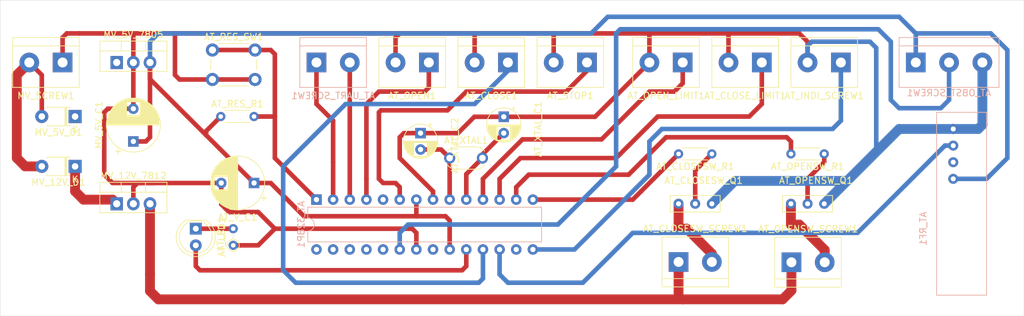
<source format=kicad_pcb>
(kicad_pcb (version 20171130) (host pcbnew 5.99.0+really5.1.10+dfsg1-1)

  (general
    (thickness 1.6)
    (drawings 4)
    (tracks 242)
    (zones 0)
    (modules 30)
    (nets 37)
  )

  (page A)
  (layers
    (0 F.Cu signal)
    (31 B.Cu signal)
    (32 B.Adhes user)
    (33 F.Adhes user)
    (34 B.Paste user)
    (35 F.Paste user)
    (36 B.SilkS user)
    (37 F.SilkS user)
    (38 B.Mask user)
    (39 F.Mask user)
    (40 Dwgs.User user)
    (41 Cmts.User user)
    (42 Eco1.User user)
    (43 Eco2.User user)
    (44 Edge.Cuts user)
    (45 Margin user)
    (46 B.CrtYd user)
    (47 F.CrtYd user)
    (48 B.Fab user)
    (49 F.Fab user)
  )

  (setup
    (last_trace_width 0.25)
    (user_trace_width 0.7)
    (user_trace_width 1.5)
    (trace_clearance 0.2)
    (zone_clearance 0.508)
    (zone_45_only no)
    (trace_min 0.2)
    (via_size 0.8)
    (via_drill 0.4)
    (via_min_size 0.4)
    (via_min_drill 0.3)
    (uvia_size 0.3)
    (uvia_drill 0.1)
    (uvias_allowed no)
    (uvia_min_size 0.2)
    (uvia_min_drill 0.1)
    (edge_width 0.05)
    (segment_width 0.2)
    (pcb_text_width 0.3)
    (pcb_text_size 1.5 1.5)
    (mod_edge_width 0.12)
    (mod_text_size 1 1)
    (mod_text_width 0.15)
    (pad_size 1.524 1.524)
    (pad_drill 0.762)
    (pad_to_mask_clearance 0)
    (aux_axis_origin 0 0)
    (visible_elements FFFFE77F)
    (pcbplotparams
      (layerselection 0x010fc_ffffffff)
      (usegerberextensions false)
      (usegerberattributes true)
      (usegerberadvancedattributes true)
      (creategerberjobfile true)
      (excludeedgelayer true)
      (linewidth 0.100000)
      (plotframeref false)
      (viasonmask false)
      (mode 1)
      (useauxorigin false)
      (hpglpennumber 1)
      (hpglpenspeed 20)
      (hpglpendiameter 15.000000)
      (psnegative false)
      (psa4output false)
      (plotreference true)
      (plotvalue true)
      (plotinvisibletext false)
      (padsonsilk false)
      (subtractmaskfromsilk false)
      (outputformat 1)
      (mirror false)
      (drillshape 0)
      (scaleselection 1)
      (outputdirectory "./gerber"))
  )

  (net 0 "")
  (net 1 "Net-(AT_328P1-Pad28)")
  (net 2 AT_P8)
  (net 3 "Net-(AT_328P1-Pad27)")
  (net 4 AT_P7)
  (net 5 "Net-(AT_328P1-Pad26)")
  (net 6 AT_P6)
  (net 7 "Net-(AT_328P1-Pad25)")
  (net 8 AT_P5)
  (net 9 "Net-(AT_328P1-Pad24)")
  (net 10 "Net-(AT_328P1-Pad10)")
  (net 11 AT_PA0)
  (net 12 "Net-(AT_328P1-Pad9)")
  (net 13 GND)
  (net 14 "Net-(AT_328P1-Pad21)")
  (net 15 V5)
  (net 16 AT_P4)
  (net 17 "Net-(AT_328P1-Pad19)")
  (net 18 "Net-(AT_328P1-Pad5)")
  (net 19 AT_P12)
  (net 20 AT_P2)
  (net 21 AT_P11)
  (net 22 AT_TX)
  (net 23 AT_P10)
  (net 24 AT_RX)
  (net 25 AT_P9)
  (net 26 "Net-(AT_328P1-Pad1)")
  (net 27 "Net-(AT_CLOSESW_Q1-Pad1)")
  (net 28 "Net-(AT_CLOSESW_Q1-Pad2)")
  (net 29 V12)
  (net 30 "Net-(AT_LED1-Pad1)")
  (net 31 "Net-(AT_OPENSW_Q1-Pad1)")
  (net 32 "Net-(AT_OPENSW_Q1-Pad2)")
  (net 33 "Net-(AT_RF1-Pad3)")
  (net 34 "Net-(MV_12V_7812-Pad1)")
  (net 35 "Net-(MV_12V_D1-Pad2)")
  (net 36 "Net-(MV_5V_7805-Pad1)")

  (net_class Default "This is the default net class."
    (clearance 0.2)
    (trace_width 0.25)
    (via_dia 0.8)
    (via_drill 0.4)
    (uvia_dia 0.3)
    (uvia_drill 0.1)
    (add_net AT_P10)
    (add_net AT_P11)
    (add_net AT_P12)
    (add_net AT_P2)
    (add_net AT_P4)
    (add_net AT_P5)
    (add_net AT_P6)
    (add_net AT_P7)
    (add_net AT_P8)
    (add_net AT_P9)
    (add_net AT_PA0)
    (add_net AT_RX)
    (add_net AT_TX)
    (add_net GND)
    (add_net "Net-(AT_328P1-Pad1)")
    (add_net "Net-(AT_328P1-Pad10)")
    (add_net "Net-(AT_328P1-Pad19)")
    (add_net "Net-(AT_328P1-Pad21)")
    (add_net "Net-(AT_328P1-Pad24)")
    (add_net "Net-(AT_328P1-Pad25)")
    (add_net "Net-(AT_328P1-Pad26)")
    (add_net "Net-(AT_328P1-Pad27)")
    (add_net "Net-(AT_328P1-Pad28)")
    (add_net "Net-(AT_328P1-Pad5)")
    (add_net "Net-(AT_328P1-Pad9)")
    (add_net "Net-(AT_CLOSESW_Q1-Pad1)")
    (add_net "Net-(AT_CLOSESW_Q1-Pad2)")
    (add_net "Net-(AT_LED1-Pad1)")
    (add_net "Net-(AT_OPENSW_Q1-Pad1)")
    (add_net "Net-(AT_OPENSW_Q1-Pad2)")
    (add_net "Net-(AT_RF1-Pad3)")
    (add_net "Net-(MV_12V_7812-Pad1)")
    (add_net "Net-(MV_12V_D1-Pad2)")
    (add_net "Net-(MV_5V_7805-Pad1)")
    (add_net V12)
    (add_net V5)
  )

  (module Own:Transistor_1C_2B_3E (layer F.Cu) (tedit 6066373F) (tstamp 624FA731)
    (at 162.56 66.675)
    (path /624AAF7A)
    (fp_text reference AT_OPENSW_Q1 (at 1.27 -3.56) (layer F.SilkS)
      (effects (font (size 1 1) (thickness 0.15)))
    )
    (fp_text value BC337 (at 1.27 2.79) (layer F.Fab)
      (effects (font (size 1 1) (thickness 0.15)))
    )
    (fp_line (start -3.81 1.27) (end -3.81 -1.27) (layer F.SilkS) (width 0.12))
    (fp_line (start -3.81 -1.27) (end 3.81 -1.27) (layer F.SilkS) (width 0.12))
    (fp_line (start 3.81 -1.27) (end 3.81 1.27) (layer F.SilkS) (width 0.12))
    (fp_line (start 3.81 1.27) (end -3.81 1.27) (layer F.SilkS) (width 0.12))
    (fp_text user %R (at 1.27 0) (layer F.Fab)
      (effects (font (size 1 1) (thickness 0.15)))
    )
    (pad 3 thru_hole circle (at 2.54 0) (size 1.524 1.524) (drill 0.762) (layers *.Cu *.Mask)
      (net 13 GND))
    (pad 2 thru_hole circle (at 0 0) (size 1.524 1.524) (drill 0.762) (layers *.Cu *.Mask)
      (net 32 "Net-(AT_OPENSW_Q1-Pad2)"))
    (pad 1 thru_hole circle (at -2.54 0) (size 1.524 1.524) (drill 0.762) (layers *.Cu *.Mask)
      (net 31 "Net-(AT_OPENSW_Q1-Pad1)"))
  )

  (module Own:Transistor_1C_2B_3E (layer F.Cu) (tedit 6066373F) (tstamp 624FADC1)
    (at 145.415 66.675)
    (path /624C4F6D)
    (fp_text reference AT_CLOSESW_Q1 (at 1.27 -3.56) (layer F.SilkS)
      (effects (font (size 1 1) (thickness 0.15)))
    )
    (fp_text value BC337 (at 1.27 2.79) (layer F.Fab)
      (effects (font (size 1 1) (thickness 0.15)))
    )
    (fp_line (start -3.81 1.27) (end -3.81 -1.27) (layer F.SilkS) (width 0.12))
    (fp_line (start -3.81 -1.27) (end 3.81 -1.27) (layer F.SilkS) (width 0.12))
    (fp_line (start 3.81 -1.27) (end 3.81 1.27) (layer F.SilkS) (width 0.12))
    (fp_line (start 3.81 1.27) (end -3.81 1.27) (layer F.SilkS) (width 0.12))
    (fp_text user %R (at 1.27 0) (layer F.Fab)
      (effects (font (size 1 1) (thickness 0.15)))
    )
    (pad 3 thru_hole circle (at 2.54 0) (size 1.524 1.524) (drill 0.762) (layers *.Cu *.Mask)
      (net 13 GND))
    (pad 2 thru_hole circle (at 0 0) (size 1.524 1.524) (drill 0.762) (layers *.Cu *.Mask)
      (net 28 "Net-(AT_CLOSESW_Q1-Pad2)"))
    (pad 1 thru_hole circle (at -2.54 0) (size 1.524 1.524) (drill 0.762) (layers *.Cu *.Mask)
      (net 27 "Net-(AT_CLOSESW_Q1-Pad1)"))
  )

  (module Capacitor_THT:CP_Radial_D5.0mm_P2.50mm (layer F.Cu) (tedit 5AE50EF0) (tstamp 624FAE5D)
    (at 103.505 55.88 270)
    (descr "CP, Radial series, Radial, pin pitch=2.50mm, , diameter=5mm, Electrolytic Capacitor")
    (tags "CP Radial series Radial pin pitch 2.50mm  diameter 5mm Electrolytic Capacitor")
    (path /6246CD91)
    (fp_text reference AT_XTAL_C2 (at 1.9 -5.25 90) (layer F.SilkS)
      (effects (font (size 1 1) (thickness 0.15)))
    )
    (fp_text value 20pF (at 1.9 5.25 90) (layer F.Fab)
      (effects (font (size 1 1) (thickness 0.15)))
    )
    (fp_line (start -1.304775 -1.725) (end -1.304775 -1.225) (layer F.SilkS) (width 0.12))
    (fp_line (start -1.554775 -1.475) (end -1.054775 -1.475) (layer F.SilkS) (width 0.12))
    (fp_line (start 3.851 -0.284) (end 3.851 0.284) (layer F.SilkS) (width 0.12))
    (fp_line (start 3.811 -0.518) (end 3.811 0.518) (layer F.SilkS) (width 0.12))
    (fp_line (start 3.771 -0.677) (end 3.771 0.677) (layer F.SilkS) (width 0.12))
    (fp_line (start 3.731 -0.805) (end 3.731 0.805) (layer F.SilkS) (width 0.12))
    (fp_line (start 3.691 -0.915) (end 3.691 0.915) (layer F.SilkS) (width 0.12))
    (fp_line (start 3.651 -1.011) (end 3.651 1.011) (layer F.SilkS) (width 0.12))
    (fp_line (start 3.611 -1.098) (end 3.611 1.098) (layer F.SilkS) (width 0.12))
    (fp_line (start 3.571 -1.178) (end 3.571 1.178) (layer F.SilkS) (width 0.12))
    (fp_line (start 3.531 1.04) (end 3.531 1.251) (layer F.SilkS) (width 0.12))
    (fp_line (start 3.531 -1.251) (end 3.531 -1.04) (layer F.SilkS) (width 0.12))
    (fp_line (start 3.491 1.04) (end 3.491 1.319) (layer F.SilkS) (width 0.12))
    (fp_line (start 3.491 -1.319) (end 3.491 -1.04) (layer F.SilkS) (width 0.12))
    (fp_line (start 3.451 1.04) (end 3.451 1.383) (layer F.SilkS) (width 0.12))
    (fp_line (start 3.451 -1.383) (end 3.451 -1.04) (layer F.SilkS) (width 0.12))
    (fp_line (start 3.411 1.04) (end 3.411 1.443) (layer F.SilkS) (width 0.12))
    (fp_line (start 3.411 -1.443) (end 3.411 -1.04) (layer F.SilkS) (width 0.12))
    (fp_line (start 3.371 1.04) (end 3.371 1.5) (layer F.SilkS) (width 0.12))
    (fp_line (start 3.371 -1.5) (end 3.371 -1.04) (layer F.SilkS) (width 0.12))
    (fp_line (start 3.331 1.04) (end 3.331 1.554) (layer F.SilkS) (width 0.12))
    (fp_line (start 3.331 -1.554) (end 3.331 -1.04) (layer F.SilkS) (width 0.12))
    (fp_line (start 3.291 1.04) (end 3.291 1.605) (layer F.SilkS) (width 0.12))
    (fp_line (start 3.291 -1.605) (end 3.291 -1.04) (layer F.SilkS) (width 0.12))
    (fp_line (start 3.251 1.04) (end 3.251 1.653) (layer F.SilkS) (width 0.12))
    (fp_line (start 3.251 -1.653) (end 3.251 -1.04) (layer F.SilkS) (width 0.12))
    (fp_line (start 3.211 1.04) (end 3.211 1.699) (layer F.SilkS) (width 0.12))
    (fp_line (start 3.211 -1.699) (end 3.211 -1.04) (layer F.SilkS) (width 0.12))
    (fp_line (start 3.171 1.04) (end 3.171 1.743) (layer F.SilkS) (width 0.12))
    (fp_line (start 3.171 -1.743) (end 3.171 -1.04) (layer F.SilkS) (width 0.12))
    (fp_line (start 3.131 1.04) (end 3.131 1.785) (layer F.SilkS) (width 0.12))
    (fp_line (start 3.131 -1.785) (end 3.131 -1.04) (layer F.SilkS) (width 0.12))
    (fp_line (start 3.091 1.04) (end 3.091 1.826) (layer F.SilkS) (width 0.12))
    (fp_line (start 3.091 -1.826) (end 3.091 -1.04) (layer F.SilkS) (width 0.12))
    (fp_line (start 3.051 1.04) (end 3.051 1.864) (layer F.SilkS) (width 0.12))
    (fp_line (start 3.051 -1.864) (end 3.051 -1.04) (layer F.SilkS) (width 0.12))
    (fp_line (start 3.011 1.04) (end 3.011 1.901) (layer F.SilkS) (width 0.12))
    (fp_line (start 3.011 -1.901) (end 3.011 -1.04) (layer F.SilkS) (width 0.12))
    (fp_line (start 2.971 1.04) (end 2.971 1.937) (layer F.SilkS) (width 0.12))
    (fp_line (start 2.971 -1.937) (end 2.971 -1.04) (layer F.SilkS) (width 0.12))
    (fp_line (start 2.931 1.04) (end 2.931 1.971) (layer F.SilkS) (width 0.12))
    (fp_line (start 2.931 -1.971) (end 2.931 -1.04) (layer F.SilkS) (width 0.12))
    (fp_line (start 2.891 1.04) (end 2.891 2.004) (layer F.SilkS) (width 0.12))
    (fp_line (start 2.891 -2.004) (end 2.891 -1.04) (layer F.SilkS) (width 0.12))
    (fp_line (start 2.851 1.04) (end 2.851 2.035) (layer F.SilkS) (width 0.12))
    (fp_line (start 2.851 -2.035) (end 2.851 -1.04) (layer F.SilkS) (width 0.12))
    (fp_line (start 2.811 1.04) (end 2.811 2.065) (layer F.SilkS) (width 0.12))
    (fp_line (start 2.811 -2.065) (end 2.811 -1.04) (layer F.SilkS) (width 0.12))
    (fp_line (start 2.771 1.04) (end 2.771 2.095) (layer F.SilkS) (width 0.12))
    (fp_line (start 2.771 -2.095) (end 2.771 -1.04) (layer F.SilkS) (width 0.12))
    (fp_line (start 2.731 1.04) (end 2.731 2.122) (layer F.SilkS) (width 0.12))
    (fp_line (start 2.731 -2.122) (end 2.731 -1.04) (layer F.SilkS) (width 0.12))
    (fp_line (start 2.691 1.04) (end 2.691 2.149) (layer F.SilkS) (width 0.12))
    (fp_line (start 2.691 -2.149) (end 2.691 -1.04) (layer F.SilkS) (width 0.12))
    (fp_line (start 2.651 1.04) (end 2.651 2.175) (layer F.SilkS) (width 0.12))
    (fp_line (start 2.651 -2.175) (end 2.651 -1.04) (layer F.SilkS) (width 0.12))
    (fp_line (start 2.611 1.04) (end 2.611 2.2) (layer F.SilkS) (width 0.12))
    (fp_line (start 2.611 -2.2) (end 2.611 -1.04) (layer F.SilkS) (width 0.12))
    (fp_line (start 2.571 1.04) (end 2.571 2.224) (layer F.SilkS) (width 0.12))
    (fp_line (start 2.571 -2.224) (end 2.571 -1.04) (layer F.SilkS) (width 0.12))
    (fp_line (start 2.531 1.04) (end 2.531 2.247) (layer F.SilkS) (width 0.12))
    (fp_line (start 2.531 -2.247) (end 2.531 -1.04) (layer F.SilkS) (width 0.12))
    (fp_line (start 2.491 1.04) (end 2.491 2.268) (layer F.SilkS) (width 0.12))
    (fp_line (start 2.491 -2.268) (end 2.491 -1.04) (layer F.SilkS) (width 0.12))
    (fp_line (start 2.451 1.04) (end 2.451 2.29) (layer F.SilkS) (width 0.12))
    (fp_line (start 2.451 -2.29) (end 2.451 -1.04) (layer F.SilkS) (width 0.12))
    (fp_line (start 2.411 1.04) (end 2.411 2.31) (layer F.SilkS) (width 0.12))
    (fp_line (start 2.411 -2.31) (end 2.411 -1.04) (layer F.SilkS) (width 0.12))
    (fp_line (start 2.371 1.04) (end 2.371 2.329) (layer F.SilkS) (width 0.12))
    (fp_line (start 2.371 -2.329) (end 2.371 -1.04) (layer F.SilkS) (width 0.12))
    (fp_line (start 2.331 1.04) (end 2.331 2.348) (layer F.SilkS) (width 0.12))
    (fp_line (start 2.331 -2.348) (end 2.331 -1.04) (layer F.SilkS) (width 0.12))
    (fp_line (start 2.291 1.04) (end 2.291 2.365) (layer F.SilkS) (width 0.12))
    (fp_line (start 2.291 -2.365) (end 2.291 -1.04) (layer F.SilkS) (width 0.12))
    (fp_line (start 2.251 1.04) (end 2.251 2.382) (layer F.SilkS) (width 0.12))
    (fp_line (start 2.251 -2.382) (end 2.251 -1.04) (layer F.SilkS) (width 0.12))
    (fp_line (start 2.211 1.04) (end 2.211 2.398) (layer F.SilkS) (width 0.12))
    (fp_line (start 2.211 -2.398) (end 2.211 -1.04) (layer F.SilkS) (width 0.12))
    (fp_line (start 2.171 1.04) (end 2.171 2.414) (layer F.SilkS) (width 0.12))
    (fp_line (start 2.171 -2.414) (end 2.171 -1.04) (layer F.SilkS) (width 0.12))
    (fp_line (start 2.131 1.04) (end 2.131 2.428) (layer F.SilkS) (width 0.12))
    (fp_line (start 2.131 -2.428) (end 2.131 -1.04) (layer F.SilkS) (width 0.12))
    (fp_line (start 2.091 1.04) (end 2.091 2.442) (layer F.SilkS) (width 0.12))
    (fp_line (start 2.091 -2.442) (end 2.091 -1.04) (layer F.SilkS) (width 0.12))
    (fp_line (start 2.051 1.04) (end 2.051 2.455) (layer F.SilkS) (width 0.12))
    (fp_line (start 2.051 -2.455) (end 2.051 -1.04) (layer F.SilkS) (width 0.12))
    (fp_line (start 2.011 1.04) (end 2.011 2.468) (layer F.SilkS) (width 0.12))
    (fp_line (start 2.011 -2.468) (end 2.011 -1.04) (layer F.SilkS) (width 0.12))
    (fp_line (start 1.971 1.04) (end 1.971 2.48) (layer F.SilkS) (width 0.12))
    (fp_line (start 1.971 -2.48) (end 1.971 -1.04) (layer F.SilkS) (width 0.12))
    (fp_line (start 1.93 1.04) (end 1.93 2.491) (layer F.SilkS) (width 0.12))
    (fp_line (start 1.93 -2.491) (end 1.93 -1.04) (layer F.SilkS) (width 0.12))
    (fp_line (start 1.89 1.04) (end 1.89 2.501) (layer F.SilkS) (width 0.12))
    (fp_line (start 1.89 -2.501) (end 1.89 -1.04) (layer F.SilkS) (width 0.12))
    (fp_line (start 1.85 1.04) (end 1.85 2.511) (layer F.SilkS) (width 0.12))
    (fp_line (start 1.85 -2.511) (end 1.85 -1.04) (layer F.SilkS) (width 0.12))
    (fp_line (start 1.81 1.04) (end 1.81 2.52) (layer F.SilkS) (width 0.12))
    (fp_line (start 1.81 -2.52) (end 1.81 -1.04) (layer F.SilkS) (width 0.12))
    (fp_line (start 1.77 1.04) (end 1.77 2.528) (layer F.SilkS) (width 0.12))
    (fp_line (start 1.77 -2.528) (end 1.77 -1.04) (layer F.SilkS) (width 0.12))
    (fp_line (start 1.73 1.04) (end 1.73 2.536) (layer F.SilkS) (width 0.12))
    (fp_line (start 1.73 -2.536) (end 1.73 -1.04) (layer F.SilkS) (width 0.12))
    (fp_line (start 1.69 1.04) (end 1.69 2.543) (layer F.SilkS) (width 0.12))
    (fp_line (start 1.69 -2.543) (end 1.69 -1.04) (layer F.SilkS) (width 0.12))
    (fp_line (start 1.65 1.04) (end 1.65 2.55) (layer F.SilkS) (width 0.12))
    (fp_line (start 1.65 -2.55) (end 1.65 -1.04) (layer F.SilkS) (width 0.12))
    (fp_line (start 1.61 1.04) (end 1.61 2.556) (layer F.SilkS) (width 0.12))
    (fp_line (start 1.61 -2.556) (end 1.61 -1.04) (layer F.SilkS) (width 0.12))
    (fp_line (start 1.57 1.04) (end 1.57 2.561) (layer F.SilkS) (width 0.12))
    (fp_line (start 1.57 -2.561) (end 1.57 -1.04) (layer F.SilkS) (width 0.12))
    (fp_line (start 1.53 1.04) (end 1.53 2.565) (layer F.SilkS) (width 0.12))
    (fp_line (start 1.53 -2.565) (end 1.53 -1.04) (layer F.SilkS) (width 0.12))
    (fp_line (start 1.49 1.04) (end 1.49 2.569) (layer F.SilkS) (width 0.12))
    (fp_line (start 1.49 -2.569) (end 1.49 -1.04) (layer F.SilkS) (width 0.12))
    (fp_line (start 1.45 -2.573) (end 1.45 2.573) (layer F.SilkS) (width 0.12))
    (fp_line (start 1.41 -2.576) (end 1.41 2.576) (layer F.SilkS) (width 0.12))
    (fp_line (start 1.37 -2.578) (end 1.37 2.578) (layer F.SilkS) (width 0.12))
    (fp_line (start 1.33 -2.579) (end 1.33 2.579) (layer F.SilkS) (width 0.12))
    (fp_line (start 1.29 -2.58) (end 1.29 2.58) (layer F.SilkS) (width 0.12))
    (fp_line (start 1.25 -2.58) (end 1.25 2.58) (layer F.SilkS) (width 0.12))
    (fp_line (start -0.633605 -1.3375) (end -0.633605 -0.8375) (layer F.Fab) (width 0.1))
    (fp_line (start -0.883605 -1.0875) (end -0.383605 -1.0875) (layer F.Fab) (width 0.1))
    (fp_circle (center 1.25 0) (end 4 0) (layer F.CrtYd) (width 0.05))
    (fp_circle (center 1.25 0) (end 3.87 0) (layer F.SilkS) (width 0.12))
    (fp_circle (center 1.25 0) (end 3.75 0) (layer F.Fab) (width 0.1))
    (fp_text user %R (at 1.9 0 90) (layer F.Fab)
      (effects (font (size 1 1) (thickness 0.15)))
    )
    (pad 2 thru_hole circle (at 2.5 0 270) (size 1.6 1.6) (drill 0.8) (layers *.Cu *.Mask)
      (net 12 "Net-(AT_328P1-Pad9)"))
    (pad 1 thru_hole rect (at 0 0 270) (size 1.6 1.6) (drill 0.8) (layers *.Cu *.Mask)
      (net 13 GND))
    (model ${KISYS3DMOD}/Capacitor_THT.3dshapes/CP_Radial_D5.0mm_P2.50mm.wrl
      (at (xyz 0 0 0))
      (scale (xyz 1 1 1))
      (rotate (xyz 0 0 0))
    )
  )

  (module Capacitor_THT:CP_Radial_D5.0mm_P2.50mm (layer F.Cu) (tedit 5AE50EF0) (tstamp 624FB01C)
    (at 116.205 53.38 270)
    (descr "CP, Radial series, Radial, pin pitch=2.50mm, , diameter=5mm, Electrolytic Capacitor")
    (tags "CP Radial series Radial pin pitch 2.50mm  diameter 5mm Electrolytic Capacitor")
    (path /6246C3F2)
    (fp_text reference AT_XTAL_C1 (at 1.9 -5.25 90) (layer F.SilkS)
      (effects (font (size 1 1) (thickness 0.15)))
    )
    (fp_text value 20pF (at 1.9 5.25 90) (layer F.Fab)
      (effects (font (size 1 1) (thickness 0.15)))
    )
    (fp_line (start -1.304775 -1.725) (end -1.304775 -1.225) (layer F.SilkS) (width 0.12))
    (fp_line (start -1.554775 -1.475) (end -1.054775 -1.475) (layer F.SilkS) (width 0.12))
    (fp_line (start 3.851 -0.284) (end 3.851 0.284) (layer F.SilkS) (width 0.12))
    (fp_line (start 3.811 -0.518) (end 3.811 0.518) (layer F.SilkS) (width 0.12))
    (fp_line (start 3.771 -0.677) (end 3.771 0.677) (layer F.SilkS) (width 0.12))
    (fp_line (start 3.731 -0.805) (end 3.731 0.805) (layer F.SilkS) (width 0.12))
    (fp_line (start 3.691 -0.915) (end 3.691 0.915) (layer F.SilkS) (width 0.12))
    (fp_line (start 3.651 -1.011) (end 3.651 1.011) (layer F.SilkS) (width 0.12))
    (fp_line (start 3.611 -1.098) (end 3.611 1.098) (layer F.SilkS) (width 0.12))
    (fp_line (start 3.571 -1.178) (end 3.571 1.178) (layer F.SilkS) (width 0.12))
    (fp_line (start 3.531 1.04) (end 3.531 1.251) (layer F.SilkS) (width 0.12))
    (fp_line (start 3.531 -1.251) (end 3.531 -1.04) (layer F.SilkS) (width 0.12))
    (fp_line (start 3.491 1.04) (end 3.491 1.319) (layer F.SilkS) (width 0.12))
    (fp_line (start 3.491 -1.319) (end 3.491 -1.04) (layer F.SilkS) (width 0.12))
    (fp_line (start 3.451 1.04) (end 3.451 1.383) (layer F.SilkS) (width 0.12))
    (fp_line (start 3.451 -1.383) (end 3.451 -1.04) (layer F.SilkS) (width 0.12))
    (fp_line (start 3.411 1.04) (end 3.411 1.443) (layer F.SilkS) (width 0.12))
    (fp_line (start 3.411 -1.443) (end 3.411 -1.04) (layer F.SilkS) (width 0.12))
    (fp_line (start 3.371 1.04) (end 3.371 1.5) (layer F.SilkS) (width 0.12))
    (fp_line (start 3.371 -1.5) (end 3.371 -1.04) (layer F.SilkS) (width 0.12))
    (fp_line (start 3.331 1.04) (end 3.331 1.554) (layer F.SilkS) (width 0.12))
    (fp_line (start 3.331 -1.554) (end 3.331 -1.04) (layer F.SilkS) (width 0.12))
    (fp_line (start 3.291 1.04) (end 3.291 1.605) (layer F.SilkS) (width 0.12))
    (fp_line (start 3.291 -1.605) (end 3.291 -1.04) (layer F.SilkS) (width 0.12))
    (fp_line (start 3.251 1.04) (end 3.251 1.653) (layer F.SilkS) (width 0.12))
    (fp_line (start 3.251 -1.653) (end 3.251 -1.04) (layer F.SilkS) (width 0.12))
    (fp_line (start 3.211 1.04) (end 3.211 1.699) (layer F.SilkS) (width 0.12))
    (fp_line (start 3.211 -1.699) (end 3.211 -1.04) (layer F.SilkS) (width 0.12))
    (fp_line (start 3.171 1.04) (end 3.171 1.743) (layer F.SilkS) (width 0.12))
    (fp_line (start 3.171 -1.743) (end 3.171 -1.04) (layer F.SilkS) (width 0.12))
    (fp_line (start 3.131 1.04) (end 3.131 1.785) (layer F.SilkS) (width 0.12))
    (fp_line (start 3.131 -1.785) (end 3.131 -1.04) (layer F.SilkS) (width 0.12))
    (fp_line (start 3.091 1.04) (end 3.091 1.826) (layer F.SilkS) (width 0.12))
    (fp_line (start 3.091 -1.826) (end 3.091 -1.04) (layer F.SilkS) (width 0.12))
    (fp_line (start 3.051 1.04) (end 3.051 1.864) (layer F.SilkS) (width 0.12))
    (fp_line (start 3.051 -1.864) (end 3.051 -1.04) (layer F.SilkS) (width 0.12))
    (fp_line (start 3.011 1.04) (end 3.011 1.901) (layer F.SilkS) (width 0.12))
    (fp_line (start 3.011 -1.901) (end 3.011 -1.04) (layer F.SilkS) (width 0.12))
    (fp_line (start 2.971 1.04) (end 2.971 1.937) (layer F.SilkS) (width 0.12))
    (fp_line (start 2.971 -1.937) (end 2.971 -1.04) (layer F.SilkS) (width 0.12))
    (fp_line (start 2.931 1.04) (end 2.931 1.971) (layer F.SilkS) (width 0.12))
    (fp_line (start 2.931 -1.971) (end 2.931 -1.04) (layer F.SilkS) (width 0.12))
    (fp_line (start 2.891 1.04) (end 2.891 2.004) (layer F.SilkS) (width 0.12))
    (fp_line (start 2.891 -2.004) (end 2.891 -1.04) (layer F.SilkS) (width 0.12))
    (fp_line (start 2.851 1.04) (end 2.851 2.035) (layer F.SilkS) (width 0.12))
    (fp_line (start 2.851 -2.035) (end 2.851 -1.04) (layer F.SilkS) (width 0.12))
    (fp_line (start 2.811 1.04) (end 2.811 2.065) (layer F.SilkS) (width 0.12))
    (fp_line (start 2.811 -2.065) (end 2.811 -1.04) (layer F.SilkS) (width 0.12))
    (fp_line (start 2.771 1.04) (end 2.771 2.095) (layer F.SilkS) (width 0.12))
    (fp_line (start 2.771 -2.095) (end 2.771 -1.04) (layer F.SilkS) (width 0.12))
    (fp_line (start 2.731 1.04) (end 2.731 2.122) (layer F.SilkS) (width 0.12))
    (fp_line (start 2.731 -2.122) (end 2.731 -1.04) (layer F.SilkS) (width 0.12))
    (fp_line (start 2.691 1.04) (end 2.691 2.149) (layer F.SilkS) (width 0.12))
    (fp_line (start 2.691 -2.149) (end 2.691 -1.04) (layer F.SilkS) (width 0.12))
    (fp_line (start 2.651 1.04) (end 2.651 2.175) (layer F.SilkS) (width 0.12))
    (fp_line (start 2.651 -2.175) (end 2.651 -1.04) (layer F.SilkS) (width 0.12))
    (fp_line (start 2.611 1.04) (end 2.611 2.2) (layer F.SilkS) (width 0.12))
    (fp_line (start 2.611 -2.2) (end 2.611 -1.04) (layer F.SilkS) (width 0.12))
    (fp_line (start 2.571 1.04) (end 2.571 2.224) (layer F.SilkS) (width 0.12))
    (fp_line (start 2.571 -2.224) (end 2.571 -1.04) (layer F.SilkS) (width 0.12))
    (fp_line (start 2.531 1.04) (end 2.531 2.247) (layer F.SilkS) (width 0.12))
    (fp_line (start 2.531 -2.247) (end 2.531 -1.04) (layer F.SilkS) (width 0.12))
    (fp_line (start 2.491 1.04) (end 2.491 2.268) (layer F.SilkS) (width 0.12))
    (fp_line (start 2.491 -2.268) (end 2.491 -1.04) (layer F.SilkS) (width 0.12))
    (fp_line (start 2.451 1.04) (end 2.451 2.29) (layer F.SilkS) (width 0.12))
    (fp_line (start 2.451 -2.29) (end 2.451 -1.04) (layer F.SilkS) (width 0.12))
    (fp_line (start 2.411 1.04) (end 2.411 2.31) (layer F.SilkS) (width 0.12))
    (fp_line (start 2.411 -2.31) (end 2.411 -1.04) (layer F.SilkS) (width 0.12))
    (fp_line (start 2.371 1.04) (end 2.371 2.329) (layer F.SilkS) (width 0.12))
    (fp_line (start 2.371 -2.329) (end 2.371 -1.04) (layer F.SilkS) (width 0.12))
    (fp_line (start 2.331 1.04) (end 2.331 2.348) (layer F.SilkS) (width 0.12))
    (fp_line (start 2.331 -2.348) (end 2.331 -1.04) (layer F.SilkS) (width 0.12))
    (fp_line (start 2.291 1.04) (end 2.291 2.365) (layer F.SilkS) (width 0.12))
    (fp_line (start 2.291 -2.365) (end 2.291 -1.04) (layer F.SilkS) (width 0.12))
    (fp_line (start 2.251 1.04) (end 2.251 2.382) (layer F.SilkS) (width 0.12))
    (fp_line (start 2.251 -2.382) (end 2.251 -1.04) (layer F.SilkS) (width 0.12))
    (fp_line (start 2.211 1.04) (end 2.211 2.398) (layer F.SilkS) (width 0.12))
    (fp_line (start 2.211 -2.398) (end 2.211 -1.04) (layer F.SilkS) (width 0.12))
    (fp_line (start 2.171 1.04) (end 2.171 2.414) (layer F.SilkS) (width 0.12))
    (fp_line (start 2.171 -2.414) (end 2.171 -1.04) (layer F.SilkS) (width 0.12))
    (fp_line (start 2.131 1.04) (end 2.131 2.428) (layer F.SilkS) (width 0.12))
    (fp_line (start 2.131 -2.428) (end 2.131 -1.04) (layer F.SilkS) (width 0.12))
    (fp_line (start 2.091 1.04) (end 2.091 2.442) (layer F.SilkS) (width 0.12))
    (fp_line (start 2.091 -2.442) (end 2.091 -1.04) (layer F.SilkS) (width 0.12))
    (fp_line (start 2.051 1.04) (end 2.051 2.455) (layer F.SilkS) (width 0.12))
    (fp_line (start 2.051 -2.455) (end 2.051 -1.04) (layer F.SilkS) (width 0.12))
    (fp_line (start 2.011 1.04) (end 2.011 2.468) (layer F.SilkS) (width 0.12))
    (fp_line (start 2.011 -2.468) (end 2.011 -1.04) (layer F.SilkS) (width 0.12))
    (fp_line (start 1.971 1.04) (end 1.971 2.48) (layer F.SilkS) (width 0.12))
    (fp_line (start 1.971 -2.48) (end 1.971 -1.04) (layer F.SilkS) (width 0.12))
    (fp_line (start 1.93 1.04) (end 1.93 2.491) (layer F.SilkS) (width 0.12))
    (fp_line (start 1.93 -2.491) (end 1.93 -1.04) (layer F.SilkS) (width 0.12))
    (fp_line (start 1.89 1.04) (end 1.89 2.501) (layer F.SilkS) (width 0.12))
    (fp_line (start 1.89 -2.501) (end 1.89 -1.04) (layer F.SilkS) (width 0.12))
    (fp_line (start 1.85 1.04) (end 1.85 2.511) (layer F.SilkS) (width 0.12))
    (fp_line (start 1.85 -2.511) (end 1.85 -1.04) (layer F.SilkS) (width 0.12))
    (fp_line (start 1.81 1.04) (end 1.81 2.52) (layer F.SilkS) (width 0.12))
    (fp_line (start 1.81 -2.52) (end 1.81 -1.04) (layer F.SilkS) (width 0.12))
    (fp_line (start 1.77 1.04) (end 1.77 2.528) (layer F.SilkS) (width 0.12))
    (fp_line (start 1.77 -2.528) (end 1.77 -1.04) (layer F.SilkS) (width 0.12))
    (fp_line (start 1.73 1.04) (end 1.73 2.536) (layer F.SilkS) (width 0.12))
    (fp_line (start 1.73 -2.536) (end 1.73 -1.04) (layer F.SilkS) (width 0.12))
    (fp_line (start 1.69 1.04) (end 1.69 2.543) (layer F.SilkS) (width 0.12))
    (fp_line (start 1.69 -2.543) (end 1.69 -1.04) (layer F.SilkS) (width 0.12))
    (fp_line (start 1.65 1.04) (end 1.65 2.55) (layer F.SilkS) (width 0.12))
    (fp_line (start 1.65 -2.55) (end 1.65 -1.04) (layer F.SilkS) (width 0.12))
    (fp_line (start 1.61 1.04) (end 1.61 2.556) (layer F.SilkS) (width 0.12))
    (fp_line (start 1.61 -2.556) (end 1.61 -1.04) (layer F.SilkS) (width 0.12))
    (fp_line (start 1.57 1.04) (end 1.57 2.561) (layer F.SilkS) (width 0.12))
    (fp_line (start 1.57 -2.561) (end 1.57 -1.04) (layer F.SilkS) (width 0.12))
    (fp_line (start 1.53 1.04) (end 1.53 2.565) (layer F.SilkS) (width 0.12))
    (fp_line (start 1.53 -2.565) (end 1.53 -1.04) (layer F.SilkS) (width 0.12))
    (fp_line (start 1.49 1.04) (end 1.49 2.569) (layer F.SilkS) (width 0.12))
    (fp_line (start 1.49 -2.569) (end 1.49 -1.04) (layer F.SilkS) (width 0.12))
    (fp_line (start 1.45 -2.573) (end 1.45 2.573) (layer F.SilkS) (width 0.12))
    (fp_line (start 1.41 -2.576) (end 1.41 2.576) (layer F.SilkS) (width 0.12))
    (fp_line (start 1.37 -2.578) (end 1.37 2.578) (layer F.SilkS) (width 0.12))
    (fp_line (start 1.33 -2.579) (end 1.33 2.579) (layer F.SilkS) (width 0.12))
    (fp_line (start 1.29 -2.58) (end 1.29 2.58) (layer F.SilkS) (width 0.12))
    (fp_line (start 1.25 -2.58) (end 1.25 2.58) (layer F.SilkS) (width 0.12))
    (fp_line (start -0.633605 -1.3375) (end -0.633605 -0.8375) (layer F.Fab) (width 0.1))
    (fp_line (start -0.883605 -1.0875) (end -0.383605 -1.0875) (layer F.Fab) (width 0.1))
    (fp_circle (center 1.25 0) (end 4 0) (layer F.CrtYd) (width 0.05))
    (fp_circle (center 1.25 0) (end 3.87 0) (layer F.SilkS) (width 0.12))
    (fp_circle (center 1.25 0) (end 3.75 0) (layer F.Fab) (width 0.1))
    (fp_text user %R (at 1.9 0 90) (layer F.Fab)
      (effects (font (size 1 1) (thickness 0.15)))
    )
    (pad 2 thru_hole circle (at 2.5 0 270) (size 1.6 1.6) (drill 0.8) (layers *.Cu *.Mask)
      (net 10 "Net-(AT_328P1-Pad10)"))
    (pad 1 thru_hole rect (at 0 0 270) (size 1.6 1.6) (drill 0.8) (layers *.Cu *.Mask)
      (net 13 GND))
    (model ${KISYS3DMOD}/Capacitor_THT.3dshapes/CP_Radial_D5.0mm_P2.50mm.wrl
      (at (xyz 0 0 0))
      (scale (xyz 1 1 1))
      (rotate (xyz 0 0 0))
    )
  )

  (module TerminalBlock:TerminalBlock_bornier-2_P5.08mm (layer F.Cu) (tedit 59FF03AB) (tstamp 624FB136)
    (at 143.51 45.085 180)
    (descr "simple 2-pin terminal block, pitch 5.08mm, revamped version of bornier2")
    (tags "terminal block bornier2")
    (path /6249415A)
    (fp_text reference AT_OPEN_LIMIT1 (at 2.54 -5.08) (layer F.SilkS)
      (effects (font (size 1 1) (thickness 0.15)))
    )
    (fp_text value Screw_Terminal_01x02 (at 2.54 5.08) (layer F.Fab)
      (effects (font (size 1 1) (thickness 0.15)))
    )
    (fp_line (start 7.79 4) (end -2.71 4) (layer F.CrtYd) (width 0.05))
    (fp_line (start 7.79 4) (end 7.79 -4) (layer F.CrtYd) (width 0.05))
    (fp_line (start -2.71 -4) (end -2.71 4) (layer F.CrtYd) (width 0.05))
    (fp_line (start -2.71 -4) (end 7.79 -4) (layer F.CrtYd) (width 0.05))
    (fp_line (start -2.54 3.81) (end 7.62 3.81) (layer F.SilkS) (width 0.12))
    (fp_line (start -2.54 -3.81) (end -2.54 3.81) (layer F.SilkS) (width 0.12))
    (fp_line (start 7.62 -3.81) (end -2.54 -3.81) (layer F.SilkS) (width 0.12))
    (fp_line (start 7.62 3.81) (end 7.62 -3.81) (layer F.SilkS) (width 0.12))
    (fp_line (start 7.62 2.54) (end -2.54 2.54) (layer F.SilkS) (width 0.12))
    (fp_line (start 7.54 -3.75) (end -2.46 -3.75) (layer F.Fab) (width 0.1))
    (fp_line (start 7.54 3.75) (end 7.54 -3.75) (layer F.Fab) (width 0.1))
    (fp_line (start -2.46 3.75) (end 7.54 3.75) (layer F.Fab) (width 0.1))
    (fp_line (start -2.46 -3.75) (end -2.46 3.75) (layer F.Fab) (width 0.1))
    (fp_line (start -2.41 2.55) (end 7.49 2.55) (layer F.Fab) (width 0.1))
    (fp_text user %R (at 2.54 0) (layer F.Fab)
      (effects (font (size 1 1) (thickness 0.15)))
    )
    (pad 2 thru_hole circle (at 5.08 0 180) (size 3 3) (drill 1.52) (layers *.Cu *.Mask)
      (net 13 GND))
    (pad 1 thru_hole rect (at 0 0 180) (size 3 3) (drill 1.52) (layers *.Cu *.Mask)
      (net 8 AT_P5))
    (model ${KISYS3DMOD}/TerminalBlock.3dshapes/TerminalBlock_bornier-2_P5.08mm.wrl
      (offset (xyz 2.539999961853027 0 0))
      (scale (xyz 1 1 1))
      (rotate (xyz 0 0 0))
    )
  )

  (module TerminalBlock:TerminalBlock_bornier-2_P5.08mm (layer F.Cu) (tedit 59FF03AB) (tstamp 624FB172)
    (at 104.775 45.085 180)
    (descr "simple 2-pin terminal block, pitch 5.08mm, revamped version of bornier2")
    (tags "terminal block bornier2")
    (path /62441037)
    (fp_text reference AT_OPEN1 (at 2.54 -5.08) (layer F.SilkS)
      (effects (font (size 1 1) (thickness 0.15)))
    )
    (fp_text value Screw_Terminal_01x02 (at 2.54 5.08) (layer F.Fab)
      (effects (font (size 1 1) (thickness 0.15)))
    )
    (fp_line (start 7.79 4) (end -2.71 4) (layer F.CrtYd) (width 0.05))
    (fp_line (start 7.79 4) (end 7.79 -4) (layer F.CrtYd) (width 0.05))
    (fp_line (start -2.71 -4) (end -2.71 4) (layer F.CrtYd) (width 0.05))
    (fp_line (start -2.71 -4) (end 7.79 -4) (layer F.CrtYd) (width 0.05))
    (fp_line (start -2.54 3.81) (end 7.62 3.81) (layer F.SilkS) (width 0.12))
    (fp_line (start -2.54 -3.81) (end -2.54 3.81) (layer F.SilkS) (width 0.12))
    (fp_line (start 7.62 -3.81) (end -2.54 -3.81) (layer F.SilkS) (width 0.12))
    (fp_line (start 7.62 3.81) (end 7.62 -3.81) (layer F.SilkS) (width 0.12))
    (fp_line (start 7.62 2.54) (end -2.54 2.54) (layer F.SilkS) (width 0.12))
    (fp_line (start 7.54 -3.75) (end -2.46 -3.75) (layer F.Fab) (width 0.1))
    (fp_line (start 7.54 3.75) (end 7.54 -3.75) (layer F.Fab) (width 0.1))
    (fp_line (start -2.46 3.75) (end 7.54 3.75) (layer F.Fab) (width 0.1))
    (fp_line (start -2.46 -3.75) (end -2.46 3.75) (layer F.Fab) (width 0.1))
    (fp_line (start -2.41 2.55) (end 7.49 2.55) (layer F.Fab) (width 0.1))
    (fp_text user %R (at 2.54 0) (layer F.Fab)
      (effects (font (size 1 1) (thickness 0.15)))
    )
    (pad 2 thru_hole circle (at 5.08 0 180) (size 3 3) (drill 1.52) (layers *.Cu *.Mask)
      (net 13 GND))
    (pad 1 thru_hole rect (at 0 0 180) (size 3 3) (drill 1.52) (layers *.Cu *.Mask)
      (net 20 AT_P2))
    (model ${KISYS3DMOD}/TerminalBlock.3dshapes/TerminalBlock_bornier-2_P5.08mm.wrl
      (offset (xyz 2.539999961853027 0 0))
      (scale (xyz 1 1 1))
      (rotate (xyz 0 0 0))
    )
  )

  (module TerminalBlock:TerminalBlock_bornier-2_P5.08mm (layer F.Cu) (tedit 59FF03AB) (tstamp 624FB1AE)
    (at 48.895 45.085 180)
    (descr "simple 2-pin terminal block, pitch 5.08mm, revamped version of bornier2")
    (tags "terminal block bornier2")
    (path /62414A3C)
    (fp_text reference MV_SCREW1 (at 2.54 -5.08) (layer F.SilkS)
      (effects (font (size 1 1) (thickness 0.15)))
    )
    (fp_text value 12V (at 2.54 5.08) (layer F.Fab)
      (effects (font (size 1 1) (thickness 0.15)))
    )
    (fp_line (start 7.79 4) (end -2.71 4) (layer F.CrtYd) (width 0.05))
    (fp_line (start 7.79 4) (end 7.79 -4) (layer F.CrtYd) (width 0.05))
    (fp_line (start -2.71 -4) (end -2.71 4) (layer F.CrtYd) (width 0.05))
    (fp_line (start -2.71 -4) (end 7.79 -4) (layer F.CrtYd) (width 0.05))
    (fp_line (start -2.54 3.81) (end 7.62 3.81) (layer F.SilkS) (width 0.12))
    (fp_line (start -2.54 -3.81) (end -2.54 3.81) (layer F.SilkS) (width 0.12))
    (fp_line (start 7.62 -3.81) (end -2.54 -3.81) (layer F.SilkS) (width 0.12))
    (fp_line (start 7.62 3.81) (end 7.62 -3.81) (layer F.SilkS) (width 0.12))
    (fp_line (start 7.62 2.54) (end -2.54 2.54) (layer F.SilkS) (width 0.12))
    (fp_line (start 7.54 -3.75) (end -2.46 -3.75) (layer F.Fab) (width 0.1))
    (fp_line (start 7.54 3.75) (end 7.54 -3.75) (layer F.Fab) (width 0.1))
    (fp_line (start -2.46 3.75) (end 7.54 3.75) (layer F.Fab) (width 0.1))
    (fp_line (start -2.46 -3.75) (end -2.46 3.75) (layer F.Fab) (width 0.1))
    (fp_line (start -2.41 2.55) (end 7.49 2.55) (layer F.Fab) (width 0.1))
    (fp_text user %R (at 2.54 0) (layer F.Fab)
      (effects (font (size 1 1) (thickness 0.15)))
    )
    (pad 2 thru_hole circle (at 5.08 0 180) (size 3 3) (drill 1.52) (layers *.Cu *.Mask)
      (net 35 "Net-(MV_12V_D1-Pad2)"))
    (pad 1 thru_hole rect (at 0 0 180) (size 3 3) (drill 1.52) (layers *.Cu *.Mask)
      (net 13 GND))
    (model ${KISYS3DMOD}/TerminalBlock.3dshapes/TerminalBlock_bornier-2_P5.08mm.wrl
      (offset (xyz 2.539999961853027 0 0))
      (scale (xyz 1 1 1))
      (rotate (xyz 0 0 0))
    )
  )

  (module Diode_THT:D_T-1_P5.08mm_Horizontal (layer F.Cu) (tedit 5AE50CD5) (tstamp 625081B7)
    (at 50.8 53.34 180)
    (descr "Diode, T-1 series, Axial, Horizontal, pin pitch=5.08mm, , length*diameter=3.2*2.6mm^2, , http://www.diodes.com/_files/packages/T-1.pdf")
    (tags "Diode T-1 series Axial Horizontal pin pitch 5.08mm  length 3.2mm diameter 2.6mm")
    (path /624F1681)
    (fp_text reference MV_5V_D1 (at 2.54 -2.42) (layer F.SilkS)
      (effects (font (size 1 1) (thickness 0.15)))
    )
    (fp_text value 1N4007 (at 2.54 2.42) (layer F.Fab)
      (effects (font (size 1 1) (thickness 0.15)))
    )
    (fp_line (start 6.33 -1.55) (end -1.25 -1.55) (layer F.CrtYd) (width 0.05))
    (fp_line (start 6.33 1.55) (end 6.33 -1.55) (layer F.CrtYd) (width 0.05))
    (fp_line (start -1.25 1.55) (end 6.33 1.55) (layer F.CrtYd) (width 0.05))
    (fp_line (start -1.25 -1.55) (end -1.25 1.55) (layer F.CrtYd) (width 0.05))
    (fp_line (start 1.3 -1.42) (end 1.3 1.42) (layer F.SilkS) (width 0.12))
    (fp_line (start 1.54 -1.42) (end 1.54 1.42) (layer F.SilkS) (width 0.12))
    (fp_line (start 1.42 -1.42) (end 1.42 1.42) (layer F.SilkS) (width 0.12))
    (fp_line (start 4.26 1.42) (end 4.26 1.24) (layer F.SilkS) (width 0.12))
    (fp_line (start 0.82 1.42) (end 4.26 1.42) (layer F.SilkS) (width 0.12))
    (fp_line (start 0.82 1.24) (end 0.82 1.42) (layer F.SilkS) (width 0.12))
    (fp_line (start 4.26 -1.42) (end 4.26 -1.24) (layer F.SilkS) (width 0.12))
    (fp_line (start 0.82 -1.42) (end 4.26 -1.42) (layer F.SilkS) (width 0.12))
    (fp_line (start 0.82 -1.24) (end 0.82 -1.42) (layer F.SilkS) (width 0.12))
    (fp_line (start 1.32 -1.3) (end 1.32 1.3) (layer F.Fab) (width 0.1))
    (fp_line (start 1.52 -1.3) (end 1.52 1.3) (layer F.Fab) (width 0.1))
    (fp_line (start 1.42 -1.3) (end 1.42 1.3) (layer F.Fab) (width 0.1))
    (fp_line (start 5.08 0) (end 4.14 0) (layer F.Fab) (width 0.1))
    (fp_line (start 0 0) (end 0.94 0) (layer F.Fab) (width 0.1))
    (fp_line (start 4.14 -1.3) (end 0.94 -1.3) (layer F.Fab) (width 0.1))
    (fp_line (start 4.14 1.3) (end 4.14 -1.3) (layer F.Fab) (width 0.1))
    (fp_line (start 0.94 1.3) (end 4.14 1.3) (layer F.Fab) (width 0.1))
    (fp_line (start 0.94 -1.3) (end 0.94 1.3) (layer F.Fab) (width 0.1))
    (fp_text user K (at 0 -2) (layer F.SilkS)
      (effects (font (size 1 1) (thickness 0.15)))
    )
    (fp_text user K (at 0 -2) (layer F.Fab)
      (effects (font (size 1 1) (thickness 0.15)))
    )
    (fp_text user %R (at 2.78 0) (layer F.Fab)
      (effects (font (size 0.64 0.64) (thickness 0.096)))
    )
    (pad 2 thru_hole oval (at 5.08 0 180) (size 2 2) (drill 1) (layers *.Cu *.Mask)
      (net 35 "Net-(MV_12V_D1-Pad2)"))
    (pad 1 thru_hole rect (at 0 0 180) (size 2 2) (drill 1) (layers *.Cu *.Mask)
      (net 36 "Net-(MV_5V_7805-Pad1)"))
    (model ${KISYS3DMOD}/Diode_THT.3dshapes/D_T-1_P5.08mm_Horizontal.wrl
      (at (xyz 0 0 0))
      (scale (xyz 1 1 1))
      (rotate (xyz 0 0 0))
    )
  )

  (module Capacitor_THT:CP_Radial_D8.0mm_P5.00mm (layer F.Cu) (tedit 5AE50EF0) (tstamp 624FA5D0)
    (at 59.69 57.15 90)
    (descr "CP, Radial series, Radial, pin pitch=5.00mm, , diameter=8mm, Electrolytic Capacitor")
    (tags "CP Radial series Radial pin pitch 5.00mm  diameter 8mm Electrolytic Capacitor")
    (path /6241F25B)
    (fp_text reference MV_5V_C1 (at 2.5 -5.25 90) (layer F.SilkS)
      (effects (font (size 1 1) (thickness 0.15)))
    )
    (fp_text value 470uF (at 2.5 5.25 90) (layer F.Fab)
      (effects (font (size 1 1) (thickness 0.15)))
    )
    (fp_line (start -1.509698 -2.715) (end -1.509698 -1.915) (layer F.SilkS) (width 0.12))
    (fp_line (start -1.909698 -2.315) (end -1.109698 -2.315) (layer F.SilkS) (width 0.12))
    (fp_line (start 6.581 -0.533) (end 6.581 0.533) (layer F.SilkS) (width 0.12))
    (fp_line (start 6.541 -0.768) (end 6.541 0.768) (layer F.SilkS) (width 0.12))
    (fp_line (start 6.501 -0.948) (end 6.501 0.948) (layer F.SilkS) (width 0.12))
    (fp_line (start 6.461 -1.098) (end 6.461 1.098) (layer F.SilkS) (width 0.12))
    (fp_line (start 6.421 -1.229) (end 6.421 1.229) (layer F.SilkS) (width 0.12))
    (fp_line (start 6.381 -1.346) (end 6.381 1.346) (layer F.SilkS) (width 0.12))
    (fp_line (start 6.341 -1.453) (end 6.341 1.453) (layer F.SilkS) (width 0.12))
    (fp_line (start 6.301 -1.552) (end 6.301 1.552) (layer F.SilkS) (width 0.12))
    (fp_line (start 6.261 -1.645) (end 6.261 1.645) (layer F.SilkS) (width 0.12))
    (fp_line (start 6.221 -1.731) (end 6.221 1.731) (layer F.SilkS) (width 0.12))
    (fp_line (start 6.181 -1.813) (end 6.181 1.813) (layer F.SilkS) (width 0.12))
    (fp_line (start 6.141 -1.89) (end 6.141 1.89) (layer F.SilkS) (width 0.12))
    (fp_line (start 6.101 -1.964) (end 6.101 1.964) (layer F.SilkS) (width 0.12))
    (fp_line (start 6.061 -2.034) (end 6.061 2.034) (layer F.SilkS) (width 0.12))
    (fp_line (start 6.021 1.04) (end 6.021 2.102) (layer F.SilkS) (width 0.12))
    (fp_line (start 6.021 -2.102) (end 6.021 -1.04) (layer F.SilkS) (width 0.12))
    (fp_line (start 5.981 1.04) (end 5.981 2.166) (layer F.SilkS) (width 0.12))
    (fp_line (start 5.981 -2.166) (end 5.981 -1.04) (layer F.SilkS) (width 0.12))
    (fp_line (start 5.941 1.04) (end 5.941 2.228) (layer F.SilkS) (width 0.12))
    (fp_line (start 5.941 -2.228) (end 5.941 -1.04) (layer F.SilkS) (width 0.12))
    (fp_line (start 5.901 1.04) (end 5.901 2.287) (layer F.SilkS) (width 0.12))
    (fp_line (start 5.901 -2.287) (end 5.901 -1.04) (layer F.SilkS) (width 0.12))
    (fp_line (start 5.861 1.04) (end 5.861 2.345) (layer F.SilkS) (width 0.12))
    (fp_line (start 5.861 -2.345) (end 5.861 -1.04) (layer F.SilkS) (width 0.12))
    (fp_line (start 5.821 1.04) (end 5.821 2.4) (layer F.SilkS) (width 0.12))
    (fp_line (start 5.821 -2.4) (end 5.821 -1.04) (layer F.SilkS) (width 0.12))
    (fp_line (start 5.781 1.04) (end 5.781 2.454) (layer F.SilkS) (width 0.12))
    (fp_line (start 5.781 -2.454) (end 5.781 -1.04) (layer F.SilkS) (width 0.12))
    (fp_line (start 5.741 1.04) (end 5.741 2.505) (layer F.SilkS) (width 0.12))
    (fp_line (start 5.741 -2.505) (end 5.741 -1.04) (layer F.SilkS) (width 0.12))
    (fp_line (start 5.701 1.04) (end 5.701 2.556) (layer F.SilkS) (width 0.12))
    (fp_line (start 5.701 -2.556) (end 5.701 -1.04) (layer F.SilkS) (width 0.12))
    (fp_line (start 5.661 1.04) (end 5.661 2.604) (layer F.SilkS) (width 0.12))
    (fp_line (start 5.661 -2.604) (end 5.661 -1.04) (layer F.SilkS) (width 0.12))
    (fp_line (start 5.621 1.04) (end 5.621 2.651) (layer F.SilkS) (width 0.12))
    (fp_line (start 5.621 -2.651) (end 5.621 -1.04) (layer F.SilkS) (width 0.12))
    (fp_line (start 5.581 1.04) (end 5.581 2.697) (layer F.SilkS) (width 0.12))
    (fp_line (start 5.581 -2.697) (end 5.581 -1.04) (layer F.SilkS) (width 0.12))
    (fp_line (start 5.541 1.04) (end 5.541 2.741) (layer F.SilkS) (width 0.12))
    (fp_line (start 5.541 -2.741) (end 5.541 -1.04) (layer F.SilkS) (width 0.12))
    (fp_line (start 5.501 1.04) (end 5.501 2.784) (layer F.SilkS) (width 0.12))
    (fp_line (start 5.501 -2.784) (end 5.501 -1.04) (layer F.SilkS) (width 0.12))
    (fp_line (start 5.461 1.04) (end 5.461 2.826) (layer F.SilkS) (width 0.12))
    (fp_line (start 5.461 -2.826) (end 5.461 -1.04) (layer F.SilkS) (width 0.12))
    (fp_line (start 5.421 1.04) (end 5.421 2.867) (layer F.SilkS) (width 0.12))
    (fp_line (start 5.421 -2.867) (end 5.421 -1.04) (layer F.SilkS) (width 0.12))
    (fp_line (start 5.381 1.04) (end 5.381 2.907) (layer F.SilkS) (width 0.12))
    (fp_line (start 5.381 -2.907) (end 5.381 -1.04) (layer F.SilkS) (width 0.12))
    (fp_line (start 5.341 1.04) (end 5.341 2.945) (layer F.SilkS) (width 0.12))
    (fp_line (start 5.341 -2.945) (end 5.341 -1.04) (layer F.SilkS) (width 0.12))
    (fp_line (start 5.301 1.04) (end 5.301 2.983) (layer F.SilkS) (width 0.12))
    (fp_line (start 5.301 -2.983) (end 5.301 -1.04) (layer F.SilkS) (width 0.12))
    (fp_line (start 5.261 1.04) (end 5.261 3.019) (layer F.SilkS) (width 0.12))
    (fp_line (start 5.261 -3.019) (end 5.261 -1.04) (layer F.SilkS) (width 0.12))
    (fp_line (start 5.221 1.04) (end 5.221 3.055) (layer F.SilkS) (width 0.12))
    (fp_line (start 5.221 -3.055) (end 5.221 -1.04) (layer F.SilkS) (width 0.12))
    (fp_line (start 5.181 1.04) (end 5.181 3.09) (layer F.SilkS) (width 0.12))
    (fp_line (start 5.181 -3.09) (end 5.181 -1.04) (layer F.SilkS) (width 0.12))
    (fp_line (start 5.141 1.04) (end 5.141 3.124) (layer F.SilkS) (width 0.12))
    (fp_line (start 5.141 -3.124) (end 5.141 -1.04) (layer F.SilkS) (width 0.12))
    (fp_line (start 5.101 1.04) (end 5.101 3.156) (layer F.SilkS) (width 0.12))
    (fp_line (start 5.101 -3.156) (end 5.101 -1.04) (layer F.SilkS) (width 0.12))
    (fp_line (start 5.061 1.04) (end 5.061 3.189) (layer F.SilkS) (width 0.12))
    (fp_line (start 5.061 -3.189) (end 5.061 -1.04) (layer F.SilkS) (width 0.12))
    (fp_line (start 5.021 1.04) (end 5.021 3.22) (layer F.SilkS) (width 0.12))
    (fp_line (start 5.021 -3.22) (end 5.021 -1.04) (layer F.SilkS) (width 0.12))
    (fp_line (start 4.981 1.04) (end 4.981 3.25) (layer F.SilkS) (width 0.12))
    (fp_line (start 4.981 -3.25) (end 4.981 -1.04) (layer F.SilkS) (width 0.12))
    (fp_line (start 4.941 1.04) (end 4.941 3.28) (layer F.SilkS) (width 0.12))
    (fp_line (start 4.941 -3.28) (end 4.941 -1.04) (layer F.SilkS) (width 0.12))
    (fp_line (start 4.901 1.04) (end 4.901 3.309) (layer F.SilkS) (width 0.12))
    (fp_line (start 4.901 -3.309) (end 4.901 -1.04) (layer F.SilkS) (width 0.12))
    (fp_line (start 4.861 1.04) (end 4.861 3.338) (layer F.SilkS) (width 0.12))
    (fp_line (start 4.861 -3.338) (end 4.861 -1.04) (layer F.SilkS) (width 0.12))
    (fp_line (start 4.821 1.04) (end 4.821 3.365) (layer F.SilkS) (width 0.12))
    (fp_line (start 4.821 -3.365) (end 4.821 -1.04) (layer F.SilkS) (width 0.12))
    (fp_line (start 4.781 1.04) (end 4.781 3.392) (layer F.SilkS) (width 0.12))
    (fp_line (start 4.781 -3.392) (end 4.781 -1.04) (layer F.SilkS) (width 0.12))
    (fp_line (start 4.741 1.04) (end 4.741 3.418) (layer F.SilkS) (width 0.12))
    (fp_line (start 4.741 -3.418) (end 4.741 -1.04) (layer F.SilkS) (width 0.12))
    (fp_line (start 4.701 1.04) (end 4.701 3.444) (layer F.SilkS) (width 0.12))
    (fp_line (start 4.701 -3.444) (end 4.701 -1.04) (layer F.SilkS) (width 0.12))
    (fp_line (start 4.661 1.04) (end 4.661 3.469) (layer F.SilkS) (width 0.12))
    (fp_line (start 4.661 -3.469) (end 4.661 -1.04) (layer F.SilkS) (width 0.12))
    (fp_line (start 4.621 1.04) (end 4.621 3.493) (layer F.SilkS) (width 0.12))
    (fp_line (start 4.621 -3.493) (end 4.621 -1.04) (layer F.SilkS) (width 0.12))
    (fp_line (start 4.581 1.04) (end 4.581 3.517) (layer F.SilkS) (width 0.12))
    (fp_line (start 4.581 -3.517) (end 4.581 -1.04) (layer F.SilkS) (width 0.12))
    (fp_line (start 4.541 1.04) (end 4.541 3.54) (layer F.SilkS) (width 0.12))
    (fp_line (start 4.541 -3.54) (end 4.541 -1.04) (layer F.SilkS) (width 0.12))
    (fp_line (start 4.501 1.04) (end 4.501 3.562) (layer F.SilkS) (width 0.12))
    (fp_line (start 4.501 -3.562) (end 4.501 -1.04) (layer F.SilkS) (width 0.12))
    (fp_line (start 4.461 1.04) (end 4.461 3.584) (layer F.SilkS) (width 0.12))
    (fp_line (start 4.461 -3.584) (end 4.461 -1.04) (layer F.SilkS) (width 0.12))
    (fp_line (start 4.421 1.04) (end 4.421 3.606) (layer F.SilkS) (width 0.12))
    (fp_line (start 4.421 -3.606) (end 4.421 -1.04) (layer F.SilkS) (width 0.12))
    (fp_line (start 4.381 1.04) (end 4.381 3.627) (layer F.SilkS) (width 0.12))
    (fp_line (start 4.381 -3.627) (end 4.381 -1.04) (layer F.SilkS) (width 0.12))
    (fp_line (start 4.341 1.04) (end 4.341 3.647) (layer F.SilkS) (width 0.12))
    (fp_line (start 4.341 -3.647) (end 4.341 -1.04) (layer F.SilkS) (width 0.12))
    (fp_line (start 4.301 1.04) (end 4.301 3.666) (layer F.SilkS) (width 0.12))
    (fp_line (start 4.301 -3.666) (end 4.301 -1.04) (layer F.SilkS) (width 0.12))
    (fp_line (start 4.261 1.04) (end 4.261 3.686) (layer F.SilkS) (width 0.12))
    (fp_line (start 4.261 -3.686) (end 4.261 -1.04) (layer F.SilkS) (width 0.12))
    (fp_line (start 4.221 1.04) (end 4.221 3.704) (layer F.SilkS) (width 0.12))
    (fp_line (start 4.221 -3.704) (end 4.221 -1.04) (layer F.SilkS) (width 0.12))
    (fp_line (start 4.181 1.04) (end 4.181 3.722) (layer F.SilkS) (width 0.12))
    (fp_line (start 4.181 -3.722) (end 4.181 -1.04) (layer F.SilkS) (width 0.12))
    (fp_line (start 4.141 1.04) (end 4.141 3.74) (layer F.SilkS) (width 0.12))
    (fp_line (start 4.141 -3.74) (end 4.141 -1.04) (layer F.SilkS) (width 0.12))
    (fp_line (start 4.101 1.04) (end 4.101 3.757) (layer F.SilkS) (width 0.12))
    (fp_line (start 4.101 -3.757) (end 4.101 -1.04) (layer F.SilkS) (width 0.12))
    (fp_line (start 4.061 1.04) (end 4.061 3.774) (layer F.SilkS) (width 0.12))
    (fp_line (start 4.061 -3.774) (end 4.061 -1.04) (layer F.SilkS) (width 0.12))
    (fp_line (start 4.021 1.04) (end 4.021 3.79) (layer F.SilkS) (width 0.12))
    (fp_line (start 4.021 -3.79) (end 4.021 -1.04) (layer F.SilkS) (width 0.12))
    (fp_line (start 3.981 1.04) (end 3.981 3.805) (layer F.SilkS) (width 0.12))
    (fp_line (start 3.981 -3.805) (end 3.981 -1.04) (layer F.SilkS) (width 0.12))
    (fp_line (start 3.941 -3.821) (end 3.941 3.821) (layer F.SilkS) (width 0.12))
    (fp_line (start 3.901 -3.835) (end 3.901 3.835) (layer F.SilkS) (width 0.12))
    (fp_line (start 3.861 -3.85) (end 3.861 3.85) (layer F.SilkS) (width 0.12))
    (fp_line (start 3.821 -3.863) (end 3.821 3.863) (layer F.SilkS) (width 0.12))
    (fp_line (start 3.781 -3.877) (end 3.781 3.877) (layer F.SilkS) (width 0.12))
    (fp_line (start 3.741 -3.889) (end 3.741 3.889) (layer F.SilkS) (width 0.12))
    (fp_line (start 3.701 -3.902) (end 3.701 3.902) (layer F.SilkS) (width 0.12))
    (fp_line (start 3.661 -3.914) (end 3.661 3.914) (layer F.SilkS) (width 0.12))
    (fp_line (start 3.621 -3.925) (end 3.621 3.925) (layer F.SilkS) (width 0.12))
    (fp_line (start 3.581 -3.936) (end 3.581 3.936) (layer F.SilkS) (width 0.12))
    (fp_line (start 3.541 -3.947) (end 3.541 3.947) (layer F.SilkS) (width 0.12))
    (fp_line (start 3.501 -3.957) (end 3.501 3.957) (layer F.SilkS) (width 0.12))
    (fp_line (start 3.461 -3.967) (end 3.461 3.967) (layer F.SilkS) (width 0.12))
    (fp_line (start 3.421 -3.976) (end 3.421 3.976) (layer F.SilkS) (width 0.12))
    (fp_line (start 3.381 -3.985) (end 3.381 3.985) (layer F.SilkS) (width 0.12))
    (fp_line (start 3.341 -3.994) (end 3.341 3.994) (layer F.SilkS) (width 0.12))
    (fp_line (start 3.301 -4.002) (end 3.301 4.002) (layer F.SilkS) (width 0.12))
    (fp_line (start 3.261 -4.01) (end 3.261 4.01) (layer F.SilkS) (width 0.12))
    (fp_line (start 3.221 -4.017) (end 3.221 4.017) (layer F.SilkS) (width 0.12))
    (fp_line (start 3.18 -4.024) (end 3.18 4.024) (layer F.SilkS) (width 0.12))
    (fp_line (start 3.14 -4.03) (end 3.14 4.03) (layer F.SilkS) (width 0.12))
    (fp_line (start 3.1 -4.037) (end 3.1 4.037) (layer F.SilkS) (width 0.12))
    (fp_line (start 3.06 -4.042) (end 3.06 4.042) (layer F.SilkS) (width 0.12))
    (fp_line (start 3.02 -4.048) (end 3.02 4.048) (layer F.SilkS) (width 0.12))
    (fp_line (start 2.98 -4.052) (end 2.98 4.052) (layer F.SilkS) (width 0.12))
    (fp_line (start 2.94 -4.057) (end 2.94 4.057) (layer F.SilkS) (width 0.12))
    (fp_line (start 2.9 -4.061) (end 2.9 4.061) (layer F.SilkS) (width 0.12))
    (fp_line (start 2.86 -4.065) (end 2.86 4.065) (layer F.SilkS) (width 0.12))
    (fp_line (start 2.82 -4.068) (end 2.82 4.068) (layer F.SilkS) (width 0.12))
    (fp_line (start 2.78 -4.071) (end 2.78 4.071) (layer F.SilkS) (width 0.12))
    (fp_line (start 2.74 -4.074) (end 2.74 4.074) (layer F.SilkS) (width 0.12))
    (fp_line (start 2.7 -4.076) (end 2.7 4.076) (layer F.SilkS) (width 0.12))
    (fp_line (start 2.66 -4.077) (end 2.66 4.077) (layer F.SilkS) (width 0.12))
    (fp_line (start 2.62 -4.079) (end 2.62 4.079) (layer F.SilkS) (width 0.12))
    (fp_line (start 2.58 -4.08) (end 2.58 4.08) (layer F.SilkS) (width 0.12))
    (fp_line (start 2.54 -4.08) (end 2.54 4.08) (layer F.SilkS) (width 0.12))
    (fp_line (start 2.5 -4.08) (end 2.5 4.08) (layer F.SilkS) (width 0.12))
    (fp_line (start -0.526759 -2.1475) (end -0.526759 -1.3475) (layer F.Fab) (width 0.1))
    (fp_line (start -0.926759 -1.7475) (end -0.126759 -1.7475) (layer F.Fab) (width 0.1))
    (fp_circle (center 2.5 0) (end 6.75 0) (layer F.CrtYd) (width 0.05))
    (fp_circle (center 2.5 0) (end 6.62 0) (layer F.SilkS) (width 0.12))
    (fp_circle (center 2.5 0) (end 6.5 0) (layer F.Fab) (width 0.1))
    (fp_text user %R (at 2.5 0 90) (layer F.Fab)
      (effects (font (size 1 1) (thickness 0.15)))
    )
    (pad 2 thru_hole circle (at 5 0 90) (size 1.6 1.6) (drill 0.8) (layers *.Cu *.Mask)
      (net 13 GND))
    (pad 1 thru_hole rect (at 0 0 90) (size 1.6 1.6) (drill 0.8) (layers *.Cu *.Mask)
      (net 15 V5))
    (model ${KISYS3DMOD}/Capacitor_THT.3dshapes/CP_Radial_D8.0mm_P5.00mm.wrl
      (at (xyz 0 0 0))
      (scale (xyz 1 1 1))
      (rotate (xyz 0 0 0))
    )
  )

  (module Package_TO_SOT_THT:TO-220-3_Vertical (layer F.Cu) (tedit 5AC8BA0D) (tstamp 624FA985)
    (at 57.15 45.085)
    (descr "TO-220-3, Vertical, RM 2.54mm, see https://www.vishay.com/docs/66542/to-220-1.pdf")
    (tags "TO-220-3 Vertical RM 2.54mm")
    (path /62417616)
    (fp_text reference MV_5V_7805 (at 2.54 -4.27) (layer F.SilkS)
      (effects (font (size 1 1) (thickness 0.15)))
    )
    (fp_text value L7805 (at 2.54 2.5) (layer F.Fab)
      (effects (font (size 1 1) (thickness 0.15)))
    )
    (fp_line (start 7.79 -3.4) (end -2.71 -3.4) (layer F.CrtYd) (width 0.05))
    (fp_line (start 7.79 1.51) (end 7.79 -3.4) (layer F.CrtYd) (width 0.05))
    (fp_line (start -2.71 1.51) (end 7.79 1.51) (layer F.CrtYd) (width 0.05))
    (fp_line (start -2.71 -3.4) (end -2.71 1.51) (layer F.CrtYd) (width 0.05))
    (fp_line (start 4.391 -3.27) (end 4.391 -1.76) (layer F.SilkS) (width 0.12))
    (fp_line (start 0.69 -3.27) (end 0.69 -1.76) (layer F.SilkS) (width 0.12))
    (fp_line (start -2.58 -1.76) (end 7.66 -1.76) (layer F.SilkS) (width 0.12))
    (fp_line (start 7.66 -3.27) (end 7.66 1.371) (layer F.SilkS) (width 0.12))
    (fp_line (start -2.58 -3.27) (end -2.58 1.371) (layer F.SilkS) (width 0.12))
    (fp_line (start -2.58 1.371) (end 7.66 1.371) (layer F.SilkS) (width 0.12))
    (fp_line (start -2.58 -3.27) (end 7.66 -3.27) (layer F.SilkS) (width 0.12))
    (fp_line (start 4.39 -3.15) (end 4.39 -1.88) (layer F.Fab) (width 0.1))
    (fp_line (start 0.69 -3.15) (end 0.69 -1.88) (layer F.Fab) (width 0.1))
    (fp_line (start -2.46 -1.88) (end 7.54 -1.88) (layer F.Fab) (width 0.1))
    (fp_line (start 7.54 -3.15) (end -2.46 -3.15) (layer F.Fab) (width 0.1))
    (fp_line (start 7.54 1.25) (end 7.54 -3.15) (layer F.Fab) (width 0.1))
    (fp_line (start -2.46 1.25) (end 7.54 1.25) (layer F.Fab) (width 0.1))
    (fp_line (start -2.46 -3.15) (end -2.46 1.25) (layer F.Fab) (width 0.1))
    (fp_text user %R (at 2.54 -4.27) (layer F.Fab)
      (effects (font (size 1 1) (thickness 0.15)))
    )
    (pad 3 thru_hole oval (at 5.08 0) (size 1.905 2) (drill 1.1) (layers *.Cu *.Mask)
      (net 15 V5))
    (pad 2 thru_hole oval (at 2.54 0) (size 1.905 2) (drill 1.1) (layers *.Cu *.Mask)
      (net 13 GND))
    (pad 1 thru_hole rect (at 0 0) (size 1.905 2) (drill 1.1) (layers *.Cu *.Mask)
      (net 36 "Net-(MV_5V_7805-Pad1)"))
    (model ${KISYS3DMOD}/Package_TO_SOT_THT.3dshapes/TO-220-3_Vertical.wrl
      (at (xyz 0 0 0))
      (scale (xyz 1 1 1))
      (rotate (xyz 0 0 0))
    )
  )

  (module Diode_THT:D_T-1_P5.08mm_Horizontal (layer F.Cu) (tedit 5AE50CD5) (tstamp 624FAAD4)
    (at 50.8 60.96 180)
    (descr "Diode, T-1 series, Axial, Horizontal, pin pitch=5.08mm, , length*diameter=3.2*2.6mm^2, , http://www.diodes.com/_files/packages/T-1.pdf")
    (tags "Diode T-1 series Axial Horizontal pin pitch 5.08mm  length 3.2mm diameter 2.6mm")
    (path /624F3F18)
    (fp_text reference MV_12V_D1 (at 2.54 -2.42) (layer F.SilkS)
      (effects (font (size 1 1) (thickness 0.15)))
    )
    (fp_text value 1N4007 (at 2.54 2.42) (layer F.Fab)
      (effects (font (size 1 1) (thickness 0.15)))
    )
    (fp_line (start 6.33 -1.55) (end -1.25 -1.55) (layer F.CrtYd) (width 0.05))
    (fp_line (start 6.33 1.55) (end 6.33 -1.55) (layer F.CrtYd) (width 0.05))
    (fp_line (start -1.25 1.55) (end 6.33 1.55) (layer F.CrtYd) (width 0.05))
    (fp_line (start -1.25 -1.55) (end -1.25 1.55) (layer F.CrtYd) (width 0.05))
    (fp_line (start 1.3 -1.42) (end 1.3 1.42) (layer F.SilkS) (width 0.12))
    (fp_line (start 1.54 -1.42) (end 1.54 1.42) (layer F.SilkS) (width 0.12))
    (fp_line (start 1.42 -1.42) (end 1.42 1.42) (layer F.SilkS) (width 0.12))
    (fp_line (start 4.26 1.42) (end 4.26 1.24) (layer F.SilkS) (width 0.12))
    (fp_line (start 0.82 1.42) (end 4.26 1.42) (layer F.SilkS) (width 0.12))
    (fp_line (start 0.82 1.24) (end 0.82 1.42) (layer F.SilkS) (width 0.12))
    (fp_line (start 4.26 -1.42) (end 4.26 -1.24) (layer F.SilkS) (width 0.12))
    (fp_line (start 0.82 -1.42) (end 4.26 -1.42) (layer F.SilkS) (width 0.12))
    (fp_line (start 0.82 -1.24) (end 0.82 -1.42) (layer F.SilkS) (width 0.12))
    (fp_line (start 1.32 -1.3) (end 1.32 1.3) (layer F.Fab) (width 0.1))
    (fp_line (start 1.52 -1.3) (end 1.52 1.3) (layer F.Fab) (width 0.1))
    (fp_line (start 1.42 -1.3) (end 1.42 1.3) (layer F.Fab) (width 0.1))
    (fp_line (start 5.08 0) (end 4.14 0) (layer F.Fab) (width 0.1))
    (fp_line (start 0 0) (end 0.94 0) (layer F.Fab) (width 0.1))
    (fp_line (start 4.14 -1.3) (end 0.94 -1.3) (layer F.Fab) (width 0.1))
    (fp_line (start 4.14 1.3) (end 4.14 -1.3) (layer F.Fab) (width 0.1))
    (fp_line (start 0.94 1.3) (end 4.14 1.3) (layer F.Fab) (width 0.1))
    (fp_line (start 0.94 -1.3) (end 0.94 1.3) (layer F.Fab) (width 0.1))
    (fp_text user K (at 0 -2) (layer F.SilkS)
      (effects (font (size 1 1) (thickness 0.15)))
    )
    (fp_text user K (at 0 -2) (layer F.Fab)
      (effects (font (size 1 1) (thickness 0.15)))
    )
    (fp_text user %R (at 2.78 0) (layer F.Fab)
      (effects (font (size 0.64 0.64) (thickness 0.096)))
    )
    (pad 2 thru_hole oval (at 5.08 0 180) (size 2 2) (drill 1) (layers *.Cu *.Mask)
      (net 35 "Net-(MV_12V_D1-Pad2)"))
    (pad 1 thru_hole rect (at 0 0 180) (size 2 2) (drill 1) (layers *.Cu *.Mask)
      (net 34 "Net-(MV_12V_7812-Pad1)"))
    (model ${KISYS3DMOD}/Diode_THT.3dshapes/D_T-1_P5.08mm_Horizontal.wrl
      (at (xyz 0 0 0))
      (scale (xyz 1 1 1))
      (rotate (xyz 0 0 0))
    )
  )

  (module Package_TO_SOT_THT:TO-220-3_Vertical (layer F.Cu) (tedit 5AC8BA0D) (tstamp 624FA47E)
    (at 57.15 66.675)
    (descr "TO-220-3, Vertical, RM 2.54mm, see https://www.vishay.com/docs/66542/to-220-1.pdf")
    (tags "TO-220-3 Vertical RM 2.54mm")
    (path /6241B009)
    (fp_text reference MV_12V_7812 (at 2.54 -4.27) (layer F.SilkS)
      (effects (font (size 1 1) (thickness 0.15)))
    )
    (fp_text value L7812 (at 2.54 2.5) (layer F.Fab)
      (effects (font (size 1 1) (thickness 0.15)))
    )
    (fp_line (start 7.79 -3.4) (end -2.71 -3.4) (layer F.CrtYd) (width 0.05))
    (fp_line (start 7.79 1.51) (end 7.79 -3.4) (layer F.CrtYd) (width 0.05))
    (fp_line (start -2.71 1.51) (end 7.79 1.51) (layer F.CrtYd) (width 0.05))
    (fp_line (start -2.71 -3.4) (end -2.71 1.51) (layer F.CrtYd) (width 0.05))
    (fp_line (start 4.391 -3.27) (end 4.391 -1.76) (layer F.SilkS) (width 0.12))
    (fp_line (start 0.69 -3.27) (end 0.69 -1.76) (layer F.SilkS) (width 0.12))
    (fp_line (start -2.58 -1.76) (end 7.66 -1.76) (layer F.SilkS) (width 0.12))
    (fp_line (start 7.66 -3.27) (end 7.66 1.371) (layer F.SilkS) (width 0.12))
    (fp_line (start -2.58 -3.27) (end -2.58 1.371) (layer F.SilkS) (width 0.12))
    (fp_line (start -2.58 1.371) (end 7.66 1.371) (layer F.SilkS) (width 0.12))
    (fp_line (start -2.58 -3.27) (end 7.66 -3.27) (layer F.SilkS) (width 0.12))
    (fp_line (start 4.39 -3.15) (end 4.39 -1.88) (layer F.Fab) (width 0.1))
    (fp_line (start 0.69 -3.15) (end 0.69 -1.88) (layer F.Fab) (width 0.1))
    (fp_line (start -2.46 -1.88) (end 7.54 -1.88) (layer F.Fab) (width 0.1))
    (fp_line (start 7.54 -3.15) (end -2.46 -3.15) (layer F.Fab) (width 0.1))
    (fp_line (start 7.54 1.25) (end 7.54 -3.15) (layer F.Fab) (width 0.1))
    (fp_line (start -2.46 1.25) (end 7.54 1.25) (layer F.Fab) (width 0.1))
    (fp_line (start -2.46 -3.15) (end -2.46 1.25) (layer F.Fab) (width 0.1))
    (fp_text user %R (at 2.54 -4.27) (layer F.Fab)
      (effects (font (size 1 1) (thickness 0.15)))
    )
    (pad 3 thru_hole oval (at 5.08 0) (size 1.905 2) (drill 1.1) (layers *.Cu *.Mask)
      (net 29 V12))
    (pad 2 thru_hole oval (at 2.54 0) (size 1.905 2) (drill 1.1) (layers *.Cu *.Mask)
      (net 13 GND))
    (pad 1 thru_hole rect (at 0 0) (size 1.905 2) (drill 1.1) (layers *.Cu *.Mask)
      (net 34 "Net-(MV_12V_7812-Pad1)"))
    (model ${KISYS3DMOD}/Package_TO_SOT_THT.3dshapes/TO-220-3_Vertical.wrl
      (at (xyz 0 0 0))
      (scale (xyz 1 1 1))
      (rotate (xyz 0 0 0))
    )
  )

  (module Crystal:Resonator-2Pin_W6.0mm_H3.0mm (layer F.Cu) (tedit 5A0FD1B2) (tstamp 624FA765)
    (at 107.95 59.69)
    (descr "Ceramic Resomator/Filter 6.0x3.0mm^2, length*width=6.0x3.0mm^2 package, package length=6.0mm, package width=3.0mm, 2 pins")
    (tags "THT ceramic resonator filter")
    (path /62469428)
    (fp_text reference AT_XTAL1 (at 2.5 -2.7) (layer F.SilkS)
      (effects (font (size 1 1) (thickness 0.15)))
    )
    (fp_text value Crystal (at 2.5 2.7) (layer F.Fab)
      (effects (font (size 1 1) (thickness 0.15)))
    )
    (fp_line (start 6 -2) (end -1.1 -2) (layer F.CrtYd) (width 0.05))
    (fp_line (start 6 2) (end 6 -2) (layer F.CrtYd) (width 0.05))
    (fp_line (start -1.1 2) (end 6 2) (layer F.CrtYd) (width 0.05))
    (fp_line (start -1.1 -2) (end -1.1 2) (layer F.CrtYd) (width 0.05))
    (fp_line (start 1 1.7) (end 4 1.7) (layer F.SilkS) (width 0.12))
    (fp_line (start 1 -1.7) (end 4 -1.7) (layer F.SilkS) (width 0.12))
    (fp_line (start 1 1.5) (end 4 1.5) (layer F.Fab) (width 0.1))
    (fp_line (start 1 -1.5) (end 4 -1.5) (layer F.Fab) (width 0.1))
    (fp_line (start 1 1.5) (end 4 1.5) (layer F.Fab) (width 0.1))
    (fp_line (start 1 -1.5) (end 4 -1.5) (layer F.Fab) (width 0.1))
    (fp_arc (start 4 0) (end 4 1.7) (angle -51.9) (layer F.SilkS) (width 0.12))
    (fp_arc (start 1 0) (end 1 1.7) (angle 51.9) (layer F.SilkS) (width 0.12))
    (fp_arc (start 4 0) (end 4 -1.7) (angle 51.9) (layer F.SilkS) (width 0.12))
    (fp_arc (start 1 0) (end 1 -1.7) (angle -51.9) (layer F.SilkS) (width 0.12))
    (fp_arc (start 4 0) (end 4 -1.5) (angle 180) (layer F.Fab) (width 0.1))
    (fp_arc (start 1 0) (end 1 -1.5) (angle -180) (layer F.Fab) (width 0.1))
    (fp_arc (start 4 0) (end 4 -1.5) (angle 180) (layer F.Fab) (width 0.1))
    (fp_arc (start 1 0) (end 1 -1.5) (angle -180) (layer F.Fab) (width 0.1))
    (fp_text user %R (at 2.5 0) (layer F.Fab)
      (effects (font (size 1 1) (thickness 0.15)))
    )
    (pad 2 thru_hole circle (at 5 0) (size 1.7 1.7) (drill 1) (layers *.Cu *.Mask)
      (net 10 "Net-(AT_328P1-Pad10)"))
    (pad 1 thru_hole circle (at 0 0) (size 1.7 1.7) (drill 1) (layers *.Cu *.Mask)
      (net 12 "Net-(AT_328P1-Pad9)"))
    (model ${KISYS3DMOD}/Crystal.3dshapes/Resonator-2Pin_W6.0mm_H3.0mm.wrl
      (at (xyz 0 0 0))
      (scale (xyz 1 1 1))
      (rotate (xyz 0 0 0))
    )
  )

  (module Capacitor_THT:CP_Radial_D8.0mm_P5.00mm (layer F.Cu) (tedit 5AE50EF0) (tstamp 624FAC2A)
    (at 78.105 63.5 180)
    (descr "CP, Radial series, Radial, pin pitch=5.00mm, , diameter=8mm, Electrolytic Capacitor")
    (tags "CP Radial series Radial pin pitch 5.00mm  diameter 8mm Electrolytic Capacitor")
    (path /6245CF8B)
    (fp_text reference AT_V_C1 (at 2.5 -5.25) (layer F.SilkS)
      (effects (font (size 1 1) (thickness 0.15)))
    )
    (fp_text value 100uF (at 2.5 5.25) (layer F.Fab)
      (effects (font (size 1 1) (thickness 0.15)))
    )
    (fp_line (start -1.509698 -2.715) (end -1.509698 -1.915) (layer F.SilkS) (width 0.12))
    (fp_line (start -1.909698 -2.315) (end -1.109698 -2.315) (layer F.SilkS) (width 0.12))
    (fp_line (start 6.581 -0.533) (end 6.581 0.533) (layer F.SilkS) (width 0.12))
    (fp_line (start 6.541 -0.768) (end 6.541 0.768) (layer F.SilkS) (width 0.12))
    (fp_line (start 6.501 -0.948) (end 6.501 0.948) (layer F.SilkS) (width 0.12))
    (fp_line (start 6.461 -1.098) (end 6.461 1.098) (layer F.SilkS) (width 0.12))
    (fp_line (start 6.421 -1.229) (end 6.421 1.229) (layer F.SilkS) (width 0.12))
    (fp_line (start 6.381 -1.346) (end 6.381 1.346) (layer F.SilkS) (width 0.12))
    (fp_line (start 6.341 -1.453) (end 6.341 1.453) (layer F.SilkS) (width 0.12))
    (fp_line (start 6.301 -1.552) (end 6.301 1.552) (layer F.SilkS) (width 0.12))
    (fp_line (start 6.261 -1.645) (end 6.261 1.645) (layer F.SilkS) (width 0.12))
    (fp_line (start 6.221 -1.731) (end 6.221 1.731) (layer F.SilkS) (width 0.12))
    (fp_line (start 6.181 -1.813) (end 6.181 1.813) (layer F.SilkS) (width 0.12))
    (fp_line (start 6.141 -1.89) (end 6.141 1.89) (layer F.SilkS) (width 0.12))
    (fp_line (start 6.101 -1.964) (end 6.101 1.964) (layer F.SilkS) (width 0.12))
    (fp_line (start 6.061 -2.034) (end 6.061 2.034) (layer F.SilkS) (width 0.12))
    (fp_line (start 6.021 1.04) (end 6.021 2.102) (layer F.SilkS) (width 0.12))
    (fp_line (start 6.021 -2.102) (end 6.021 -1.04) (layer F.SilkS) (width 0.12))
    (fp_line (start 5.981 1.04) (end 5.981 2.166) (layer F.SilkS) (width 0.12))
    (fp_line (start 5.981 -2.166) (end 5.981 -1.04) (layer F.SilkS) (width 0.12))
    (fp_line (start 5.941 1.04) (end 5.941 2.228) (layer F.SilkS) (width 0.12))
    (fp_line (start 5.941 -2.228) (end 5.941 -1.04) (layer F.SilkS) (width 0.12))
    (fp_line (start 5.901 1.04) (end 5.901 2.287) (layer F.SilkS) (width 0.12))
    (fp_line (start 5.901 -2.287) (end 5.901 -1.04) (layer F.SilkS) (width 0.12))
    (fp_line (start 5.861 1.04) (end 5.861 2.345) (layer F.SilkS) (width 0.12))
    (fp_line (start 5.861 -2.345) (end 5.861 -1.04) (layer F.SilkS) (width 0.12))
    (fp_line (start 5.821 1.04) (end 5.821 2.4) (layer F.SilkS) (width 0.12))
    (fp_line (start 5.821 -2.4) (end 5.821 -1.04) (layer F.SilkS) (width 0.12))
    (fp_line (start 5.781 1.04) (end 5.781 2.454) (layer F.SilkS) (width 0.12))
    (fp_line (start 5.781 -2.454) (end 5.781 -1.04) (layer F.SilkS) (width 0.12))
    (fp_line (start 5.741 1.04) (end 5.741 2.505) (layer F.SilkS) (width 0.12))
    (fp_line (start 5.741 -2.505) (end 5.741 -1.04) (layer F.SilkS) (width 0.12))
    (fp_line (start 5.701 1.04) (end 5.701 2.556) (layer F.SilkS) (width 0.12))
    (fp_line (start 5.701 -2.556) (end 5.701 -1.04) (layer F.SilkS) (width 0.12))
    (fp_line (start 5.661 1.04) (end 5.661 2.604) (layer F.SilkS) (width 0.12))
    (fp_line (start 5.661 -2.604) (end 5.661 -1.04) (layer F.SilkS) (width 0.12))
    (fp_line (start 5.621 1.04) (end 5.621 2.651) (layer F.SilkS) (width 0.12))
    (fp_line (start 5.621 -2.651) (end 5.621 -1.04) (layer F.SilkS) (width 0.12))
    (fp_line (start 5.581 1.04) (end 5.581 2.697) (layer F.SilkS) (width 0.12))
    (fp_line (start 5.581 -2.697) (end 5.581 -1.04) (layer F.SilkS) (width 0.12))
    (fp_line (start 5.541 1.04) (end 5.541 2.741) (layer F.SilkS) (width 0.12))
    (fp_line (start 5.541 -2.741) (end 5.541 -1.04) (layer F.SilkS) (width 0.12))
    (fp_line (start 5.501 1.04) (end 5.501 2.784) (layer F.SilkS) (width 0.12))
    (fp_line (start 5.501 -2.784) (end 5.501 -1.04) (layer F.SilkS) (width 0.12))
    (fp_line (start 5.461 1.04) (end 5.461 2.826) (layer F.SilkS) (width 0.12))
    (fp_line (start 5.461 -2.826) (end 5.461 -1.04) (layer F.SilkS) (width 0.12))
    (fp_line (start 5.421 1.04) (end 5.421 2.867) (layer F.SilkS) (width 0.12))
    (fp_line (start 5.421 -2.867) (end 5.421 -1.04) (layer F.SilkS) (width 0.12))
    (fp_line (start 5.381 1.04) (end 5.381 2.907) (layer F.SilkS) (width 0.12))
    (fp_line (start 5.381 -2.907) (end 5.381 -1.04) (layer F.SilkS) (width 0.12))
    (fp_line (start 5.341 1.04) (end 5.341 2.945) (layer F.SilkS) (width 0.12))
    (fp_line (start 5.341 -2.945) (end 5.341 -1.04) (layer F.SilkS) (width 0.12))
    (fp_line (start 5.301 1.04) (end 5.301 2.983) (layer F.SilkS) (width 0.12))
    (fp_line (start 5.301 -2.983) (end 5.301 -1.04) (layer F.SilkS) (width 0.12))
    (fp_line (start 5.261 1.04) (end 5.261 3.019) (layer F.SilkS) (width 0.12))
    (fp_line (start 5.261 -3.019) (end 5.261 -1.04) (layer F.SilkS) (width 0.12))
    (fp_line (start 5.221 1.04) (end 5.221 3.055) (layer F.SilkS) (width 0.12))
    (fp_line (start 5.221 -3.055) (end 5.221 -1.04) (layer F.SilkS) (width 0.12))
    (fp_line (start 5.181 1.04) (end 5.181 3.09) (layer F.SilkS) (width 0.12))
    (fp_line (start 5.181 -3.09) (end 5.181 -1.04) (layer F.SilkS) (width 0.12))
    (fp_line (start 5.141 1.04) (end 5.141 3.124) (layer F.SilkS) (width 0.12))
    (fp_line (start 5.141 -3.124) (end 5.141 -1.04) (layer F.SilkS) (width 0.12))
    (fp_line (start 5.101 1.04) (end 5.101 3.156) (layer F.SilkS) (width 0.12))
    (fp_line (start 5.101 -3.156) (end 5.101 -1.04) (layer F.SilkS) (width 0.12))
    (fp_line (start 5.061 1.04) (end 5.061 3.189) (layer F.SilkS) (width 0.12))
    (fp_line (start 5.061 -3.189) (end 5.061 -1.04) (layer F.SilkS) (width 0.12))
    (fp_line (start 5.021 1.04) (end 5.021 3.22) (layer F.SilkS) (width 0.12))
    (fp_line (start 5.021 -3.22) (end 5.021 -1.04) (layer F.SilkS) (width 0.12))
    (fp_line (start 4.981 1.04) (end 4.981 3.25) (layer F.SilkS) (width 0.12))
    (fp_line (start 4.981 -3.25) (end 4.981 -1.04) (layer F.SilkS) (width 0.12))
    (fp_line (start 4.941 1.04) (end 4.941 3.28) (layer F.SilkS) (width 0.12))
    (fp_line (start 4.941 -3.28) (end 4.941 -1.04) (layer F.SilkS) (width 0.12))
    (fp_line (start 4.901 1.04) (end 4.901 3.309) (layer F.SilkS) (width 0.12))
    (fp_line (start 4.901 -3.309) (end 4.901 -1.04) (layer F.SilkS) (width 0.12))
    (fp_line (start 4.861 1.04) (end 4.861 3.338) (layer F.SilkS) (width 0.12))
    (fp_line (start 4.861 -3.338) (end 4.861 -1.04) (layer F.SilkS) (width 0.12))
    (fp_line (start 4.821 1.04) (end 4.821 3.365) (layer F.SilkS) (width 0.12))
    (fp_line (start 4.821 -3.365) (end 4.821 -1.04) (layer F.SilkS) (width 0.12))
    (fp_line (start 4.781 1.04) (end 4.781 3.392) (layer F.SilkS) (width 0.12))
    (fp_line (start 4.781 -3.392) (end 4.781 -1.04) (layer F.SilkS) (width 0.12))
    (fp_line (start 4.741 1.04) (end 4.741 3.418) (layer F.SilkS) (width 0.12))
    (fp_line (start 4.741 -3.418) (end 4.741 -1.04) (layer F.SilkS) (width 0.12))
    (fp_line (start 4.701 1.04) (end 4.701 3.444) (layer F.SilkS) (width 0.12))
    (fp_line (start 4.701 -3.444) (end 4.701 -1.04) (layer F.SilkS) (width 0.12))
    (fp_line (start 4.661 1.04) (end 4.661 3.469) (layer F.SilkS) (width 0.12))
    (fp_line (start 4.661 -3.469) (end 4.661 -1.04) (layer F.SilkS) (width 0.12))
    (fp_line (start 4.621 1.04) (end 4.621 3.493) (layer F.SilkS) (width 0.12))
    (fp_line (start 4.621 -3.493) (end 4.621 -1.04) (layer F.SilkS) (width 0.12))
    (fp_line (start 4.581 1.04) (end 4.581 3.517) (layer F.SilkS) (width 0.12))
    (fp_line (start 4.581 -3.517) (end 4.581 -1.04) (layer F.SilkS) (width 0.12))
    (fp_line (start 4.541 1.04) (end 4.541 3.54) (layer F.SilkS) (width 0.12))
    (fp_line (start 4.541 -3.54) (end 4.541 -1.04) (layer F.SilkS) (width 0.12))
    (fp_line (start 4.501 1.04) (end 4.501 3.562) (layer F.SilkS) (width 0.12))
    (fp_line (start 4.501 -3.562) (end 4.501 -1.04) (layer F.SilkS) (width 0.12))
    (fp_line (start 4.461 1.04) (end 4.461 3.584) (layer F.SilkS) (width 0.12))
    (fp_line (start 4.461 -3.584) (end 4.461 -1.04) (layer F.SilkS) (width 0.12))
    (fp_line (start 4.421 1.04) (end 4.421 3.606) (layer F.SilkS) (width 0.12))
    (fp_line (start 4.421 -3.606) (end 4.421 -1.04) (layer F.SilkS) (width 0.12))
    (fp_line (start 4.381 1.04) (end 4.381 3.627) (layer F.SilkS) (width 0.12))
    (fp_line (start 4.381 -3.627) (end 4.381 -1.04) (layer F.SilkS) (width 0.12))
    (fp_line (start 4.341 1.04) (end 4.341 3.647) (layer F.SilkS) (width 0.12))
    (fp_line (start 4.341 -3.647) (end 4.341 -1.04) (layer F.SilkS) (width 0.12))
    (fp_line (start 4.301 1.04) (end 4.301 3.666) (layer F.SilkS) (width 0.12))
    (fp_line (start 4.301 -3.666) (end 4.301 -1.04) (layer F.SilkS) (width 0.12))
    (fp_line (start 4.261 1.04) (end 4.261 3.686) (layer F.SilkS) (width 0.12))
    (fp_line (start 4.261 -3.686) (end 4.261 -1.04) (layer F.SilkS) (width 0.12))
    (fp_line (start 4.221 1.04) (end 4.221 3.704) (layer F.SilkS) (width 0.12))
    (fp_line (start 4.221 -3.704) (end 4.221 -1.04) (layer F.SilkS) (width 0.12))
    (fp_line (start 4.181 1.04) (end 4.181 3.722) (layer F.SilkS) (width 0.12))
    (fp_line (start 4.181 -3.722) (end 4.181 -1.04) (layer F.SilkS) (width 0.12))
    (fp_line (start 4.141 1.04) (end 4.141 3.74) (layer F.SilkS) (width 0.12))
    (fp_line (start 4.141 -3.74) (end 4.141 -1.04) (layer F.SilkS) (width 0.12))
    (fp_line (start 4.101 1.04) (end 4.101 3.757) (layer F.SilkS) (width 0.12))
    (fp_line (start 4.101 -3.757) (end 4.101 -1.04) (layer F.SilkS) (width 0.12))
    (fp_line (start 4.061 1.04) (end 4.061 3.774) (layer F.SilkS) (width 0.12))
    (fp_line (start 4.061 -3.774) (end 4.061 -1.04) (layer F.SilkS) (width 0.12))
    (fp_line (start 4.021 1.04) (end 4.021 3.79) (layer F.SilkS) (width 0.12))
    (fp_line (start 4.021 -3.79) (end 4.021 -1.04) (layer F.SilkS) (width 0.12))
    (fp_line (start 3.981 1.04) (end 3.981 3.805) (layer F.SilkS) (width 0.12))
    (fp_line (start 3.981 -3.805) (end 3.981 -1.04) (layer F.SilkS) (width 0.12))
    (fp_line (start 3.941 -3.821) (end 3.941 3.821) (layer F.SilkS) (width 0.12))
    (fp_line (start 3.901 -3.835) (end 3.901 3.835) (layer F.SilkS) (width 0.12))
    (fp_line (start 3.861 -3.85) (end 3.861 3.85) (layer F.SilkS) (width 0.12))
    (fp_line (start 3.821 -3.863) (end 3.821 3.863) (layer F.SilkS) (width 0.12))
    (fp_line (start 3.781 -3.877) (end 3.781 3.877) (layer F.SilkS) (width 0.12))
    (fp_line (start 3.741 -3.889) (end 3.741 3.889) (layer F.SilkS) (width 0.12))
    (fp_line (start 3.701 -3.902) (end 3.701 3.902) (layer F.SilkS) (width 0.12))
    (fp_line (start 3.661 -3.914) (end 3.661 3.914) (layer F.SilkS) (width 0.12))
    (fp_line (start 3.621 -3.925) (end 3.621 3.925) (layer F.SilkS) (width 0.12))
    (fp_line (start 3.581 -3.936) (end 3.581 3.936) (layer F.SilkS) (width 0.12))
    (fp_line (start 3.541 -3.947) (end 3.541 3.947) (layer F.SilkS) (width 0.12))
    (fp_line (start 3.501 -3.957) (end 3.501 3.957) (layer F.SilkS) (width 0.12))
    (fp_line (start 3.461 -3.967) (end 3.461 3.967) (layer F.SilkS) (width 0.12))
    (fp_line (start 3.421 -3.976) (end 3.421 3.976) (layer F.SilkS) (width 0.12))
    (fp_line (start 3.381 -3.985) (end 3.381 3.985) (layer F.SilkS) (width 0.12))
    (fp_line (start 3.341 -3.994) (end 3.341 3.994) (layer F.SilkS) (width 0.12))
    (fp_line (start 3.301 -4.002) (end 3.301 4.002) (layer F.SilkS) (width 0.12))
    (fp_line (start 3.261 -4.01) (end 3.261 4.01) (layer F.SilkS) (width 0.12))
    (fp_line (start 3.221 -4.017) (end 3.221 4.017) (layer F.SilkS) (width 0.12))
    (fp_line (start 3.18 -4.024) (end 3.18 4.024) (layer F.SilkS) (width 0.12))
    (fp_line (start 3.14 -4.03) (end 3.14 4.03) (layer F.SilkS) (width 0.12))
    (fp_line (start 3.1 -4.037) (end 3.1 4.037) (layer F.SilkS) (width 0.12))
    (fp_line (start 3.06 -4.042) (end 3.06 4.042) (layer F.SilkS) (width 0.12))
    (fp_line (start 3.02 -4.048) (end 3.02 4.048) (layer F.SilkS) (width 0.12))
    (fp_line (start 2.98 -4.052) (end 2.98 4.052) (layer F.SilkS) (width 0.12))
    (fp_line (start 2.94 -4.057) (end 2.94 4.057) (layer F.SilkS) (width 0.12))
    (fp_line (start 2.9 -4.061) (end 2.9 4.061) (layer F.SilkS) (width 0.12))
    (fp_line (start 2.86 -4.065) (end 2.86 4.065) (layer F.SilkS) (width 0.12))
    (fp_line (start 2.82 -4.068) (end 2.82 4.068) (layer F.SilkS) (width 0.12))
    (fp_line (start 2.78 -4.071) (end 2.78 4.071) (layer F.SilkS) (width 0.12))
    (fp_line (start 2.74 -4.074) (end 2.74 4.074) (layer F.SilkS) (width 0.12))
    (fp_line (start 2.7 -4.076) (end 2.7 4.076) (layer F.SilkS) (width 0.12))
    (fp_line (start 2.66 -4.077) (end 2.66 4.077) (layer F.SilkS) (width 0.12))
    (fp_line (start 2.62 -4.079) (end 2.62 4.079) (layer F.SilkS) (width 0.12))
    (fp_line (start 2.58 -4.08) (end 2.58 4.08) (layer F.SilkS) (width 0.12))
    (fp_line (start 2.54 -4.08) (end 2.54 4.08) (layer F.SilkS) (width 0.12))
    (fp_line (start 2.5 -4.08) (end 2.5 4.08) (layer F.SilkS) (width 0.12))
    (fp_line (start -0.526759 -2.1475) (end -0.526759 -1.3475) (layer F.Fab) (width 0.1))
    (fp_line (start -0.926759 -1.7475) (end -0.126759 -1.7475) (layer F.Fab) (width 0.1))
    (fp_circle (center 2.5 0) (end 6.75 0) (layer F.CrtYd) (width 0.05))
    (fp_circle (center 2.5 0) (end 6.62 0) (layer F.SilkS) (width 0.12))
    (fp_circle (center 2.5 0) (end 6.5 0) (layer F.Fab) (width 0.1))
    (fp_text user %R (at 2.5 0) (layer F.Fab)
      (effects (font (size 1 1) (thickness 0.15)))
    )
    (pad 2 thru_hole circle (at 5 0 180) (size 1.6 1.6) (drill 0.8) (layers *.Cu *.Mask)
      (net 13 GND))
    (pad 1 thru_hole rect (at 0 0 180) (size 1.6 1.6) (drill 0.8) (layers *.Cu *.Mask)
      (net 15 V5))
    (model ${KISYS3DMOD}/Capacitor_THT.3dshapes/CP_Radial_D8.0mm_P5.00mm.wrl
      (at (xyz 0 0 0))
      (scale (xyz 1 1 1))
      (rotate (xyz 0 0 0))
    )
  )

  (module TerminalBlock:TerminalBlock_bornier-2_P5.08mm (layer B.Cu) (tedit 59FF03AB) (tstamp 624E49F2)
    (at 87.63 45.085)
    (descr "simple 2-pin terminal block, pitch 5.08mm, revamped version of bornier2")
    (tags "terminal block bornier2")
    (path /62496816)
    (fp_text reference AT_UART_SCREW1 (at 2.54 5.08) (layer B.SilkS)
      (effects (font (size 1 1) (thickness 0.15)) (justify mirror))
    )
    (fp_text value Screw_Terminal_01x02 (at 2.54 -5.08) (layer B.Fab)
      (effects (font (size 1 1) (thickness 0.15)) (justify mirror))
    )
    (fp_line (start 7.79 -4) (end -2.71 -4) (layer B.CrtYd) (width 0.05))
    (fp_line (start 7.79 -4) (end 7.79 4) (layer B.CrtYd) (width 0.05))
    (fp_line (start -2.71 4) (end -2.71 -4) (layer B.CrtYd) (width 0.05))
    (fp_line (start -2.71 4) (end 7.79 4) (layer B.CrtYd) (width 0.05))
    (fp_line (start -2.54 -3.81) (end 7.62 -3.81) (layer B.SilkS) (width 0.12))
    (fp_line (start -2.54 3.81) (end -2.54 -3.81) (layer B.SilkS) (width 0.12))
    (fp_line (start 7.62 3.81) (end -2.54 3.81) (layer B.SilkS) (width 0.12))
    (fp_line (start 7.62 -3.81) (end 7.62 3.81) (layer B.SilkS) (width 0.12))
    (fp_line (start 7.62 -2.54) (end -2.54 -2.54) (layer B.SilkS) (width 0.12))
    (fp_line (start 7.54 3.75) (end -2.46 3.75) (layer B.Fab) (width 0.1))
    (fp_line (start 7.54 -3.75) (end 7.54 3.75) (layer B.Fab) (width 0.1))
    (fp_line (start -2.46 -3.75) (end 7.54 -3.75) (layer B.Fab) (width 0.1))
    (fp_line (start -2.46 3.75) (end -2.46 -3.75) (layer B.Fab) (width 0.1))
    (fp_line (start -2.41 -2.55) (end 7.49 -2.55) (layer B.Fab) (width 0.1))
    (fp_text user %R (at 2.54 0) (layer B.Fab)
      (effects (font (size 1 1) (thickness 0.15)) (justify mirror))
    )
    (pad 2 thru_hole circle (at 5.08 0) (size 3 3) (drill 1.52) (layers *.Cu *.Mask)
      (net 22 AT_TX))
    (pad 1 thru_hole rect (at 0 0) (size 3 3) (drill 1.52) (layers *.Cu *.Mask)
      (net 24 AT_RX))
    (model ${KISYS3DMOD}/TerminalBlock.3dshapes/TerminalBlock_bornier-2_P5.08mm.wrl
      (offset (xyz 2.539999961853027 0 0))
      (scale (xyz 1 1 1))
      (rotate (xyz 0 0 0))
    )
  )

  (module TerminalBlock:TerminalBlock_bornier-2_P5.08mm (layer F.Cu) (tedit 59FF03AB) (tstamp 624FAB24)
    (at 128.905 45.085 180)
    (descr "simple 2-pin terminal block, pitch 5.08mm, revamped version of bornier2")
    (tags "terminal block bornier2")
    (path /62493076)
    (fp_text reference AT_STOP1 (at 2.54 -5.08) (layer F.SilkS)
      (effects (font (size 1 1) (thickness 0.15)))
    )
    (fp_text value Screw_Terminal_01x02 (at 2.54 5.08) (layer F.Fab)
      (effects (font (size 1 1) (thickness 0.15)))
    )
    (fp_line (start 7.79 4) (end -2.71 4) (layer F.CrtYd) (width 0.05))
    (fp_line (start 7.79 4) (end 7.79 -4) (layer F.CrtYd) (width 0.05))
    (fp_line (start -2.71 -4) (end -2.71 4) (layer F.CrtYd) (width 0.05))
    (fp_line (start -2.71 -4) (end 7.79 -4) (layer F.CrtYd) (width 0.05))
    (fp_line (start -2.54 3.81) (end 7.62 3.81) (layer F.SilkS) (width 0.12))
    (fp_line (start -2.54 -3.81) (end -2.54 3.81) (layer F.SilkS) (width 0.12))
    (fp_line (start 7.62 -3.81) (end -2.54 -3.81) (layer F.SilkS) (width 0.12))
    (fp_line (start 7.62 3.81) (end 7.62 -3.81) (layer F.SilkS) (width 0.12))
    (fp_line (start 7.62 2.54) (end -2.54 2.54) (layer F.SilkS) (width 0.12))
    (fp_line (start 7.54 -3.75) (end -2.46 -3.75) (layer F.Fab) (width 0.1))
    (fp_line (start 7.54 3.75) (end 7.54 -3.75) (layer F.Fab) (width 0.1))
    (fp_line (start -2.46 3.75) (end 7.54 3.75) (layer F.Fab) (width 0.1))
    (fp_line (start -2.46 -3.75) (end -2.46 3.75) (layer F.Fab) (width 0.1))
    (fp_line (start -2.41 2.55) (end 7.49 2.55) (layer F.Fab) (width 0.1))
    (fp_text user %R (at 2.54 0) (layer F.Fab)
      (effects (font (size 1 1) (thickness 0.15)))
    )
    (pad 2 thru_hole circle (at 5.08 0 180) (size 3 3) (drill 1.52) (layers *.Cu *.Mask)
      (net 13 GND))
    (pad 1 thru_hole rect (at 0 0 180) (size 3 3) (drill 1.52) (layers *.Cu *.Mask)
      (net 16 AT_P4))
    (model ${KISYS3DMOD}/TerminalBlock.3dshapes/TerminalBlock_bornier-2_P5.08mm.wrl
      (offset (xyz 2.539999961853027 0 0))
      (scale (xyz 1 1 1))
      (rotate (xyz 0 0 0))
    )
  )

  (module Own:RF_RX_433MHz (layer B.Cu) (tedit 5F99CE6C) (tstamp 624F5AF5)
    (at 179.705 70.485 270)
    (path /624D82E7)
    (fp_text reference AT_RF1 (at 0 -0.5 90) (layer B.SilkS)
      (effects (font (size 1 1) (thickness 0.15)) (justify mirror))
    )
    (fp_text value RF_RX_433MHz (at 0 0.5 90) (layer B.Fab)
      (effects (font (size 1 1) (thickness 0.15)) (justify mirror))
    )
    (fp_line (start 10.16 -5.08) (end 10.16 -2.54) (layer B.SilkS) (width 0.12))
    (fp_line (start -17.78 -5.08) (end -17.78 -2.54) (layer B.SilkS) (width 0.12))
    (fp_line (start -17.78 -2.54) (end 10.16 -2.54) (layer B.SilkS) (width 0.12))
    (fp_line (start -17.78 -10.16) (end -15.24 -10.16) (layer B.SilkS) (width 0.12))
    (fp_line (start -17.78 -7.62) (end -17.78 -10.16) (layer B.SilkS) (width 0.12))
    (fp_line (start 10.16 -10.16) (end 10.16 -7.62) (layer B.SilkS) (width 0.12))
    (fp_line (start -10.16 -10.16) (end 10.16 -10.16) (layer B.SilkS) (width 0.12))
    (fp_line (start -15.24 -10.16) (end -10.16 -10.16) (layer B.SilkS) (width 0.12))
    (fp_line (start 10.16 -7.62) (end 10.16 -5.08) (layer B.SilkS) (width 0.12))
    (fp_line (start -17.78 -5.08) (end -17.78 -7.62) (layer B.SilkS) (width 0.12))
    (pad 4 thru_hole circle (at -7.62 -5.08 270) (size 1.524 1.524) (drill 0.762) (layers *.Cu *.Mask)
      (net 15 V5))
    (pad 3 thru_hole circle (at -10.16 -5.08 270) (size 1.524 1.524) (drill 0.762) (layers *.Cu *.Mask)
      (net 33 "Net-(AT_RF1-Pad3)"))
    (pad 2 thru_hole circle (at -12.7 -5.08 270) (size 1.524 1.524) (drill 0.762) (layers *.Cu *.Mask)
      (net 21 AT_P11))
    (pad 1 thru_hole circle (at -15.24 -5.08 270) (size 1.524 1.524) (drill 0.762) (layers *.Cu *.Mask)
      (net 13 GND))
  )

  (module Button_Switch_THT:SW_PUSH_6mm (layer F.Cu) (tedit 5A02FE31) (tstamp 624FA8F4)
    (at 71.755 43.18)
    (descr https://www.omron.com/ecb/products/pdf/en-b3f.pdf)
    (tags "tact sw push 6mm")
    (path /62437558)
    (fp_text reference AT_RES_SW1 (at 3.25 -2) (layer F.SilkS)
      (effects (font (size 1 1) (thickness 0.15)))
    )
    (fp_text value 1 (at 3.75 6.7) (layer F.Fab)
      (effects (font (size 1 1) (thickness 0.15)))
    )
    (fp_circle (center 3.25 2.25) (end 1.25 2.5) (layer F.Fab) (width 0.1))
    (fp_line (start 6.75 3) (end 6.75 1.5) (layer F.SilkS) (width 0.12))
    (fp_line (start 5.5 -1) (end 1 -1) (layer F.SilkS) (width 0.12))
    (fp_line (start -0.25 1.5) (end -0.25 3) (layer F.SilkS) (width 0.12))
    (fp_line (start 1 5.5) (end 5.5 5.5) (layer F.SilkS) (width 0.12))
    (fp_line (start 8 -1.25) (end 8 5.75) (layer F.CrtYd) (width 0.05))
    (fp_line (start 7.75 6) (end -1.25 6) (layer F.CrtYd) (width 0.05))
    (fp_line (start -1.5 5.75) (end -1.5 -1.25) (layer F.CrtYd) (width 0.05))
    (fp_line (start -1.25 -1.5) (end 7.75 -1.5) (layer F.CrtYd) (width 0.05))
    (fp_line (start -1.5 6) (end -1.25 6) (layer F.CrtYd) (width 0.05))
    (fp_line (start -1.5 5.75) (end -1.5 6) (layer F.CrtYd) (width 0.05))
    (fp_line (start -1.5 -1.5) (end -1.25 -1.5) (layer F.CrtYd) (width 0.05))
    (fp_line (start -1.5 -1.25) (end -1.5 -1.5) (layer F.CrtYd) (width 0.05))
    (fp_line (start 8 -1.5) (end 8 -1.25) (layer F.CrtYd) (width 0.05))
    (fp_line (start 7.75 -1.5) (end 8 -1.5) (layer F.CrtYd) (width 0.05))
    (fp_line (start 8 6) (end 8 5.75) (layer F.CrtYd) (width 0.05))
    (fp_line (start 7.75 6) (end 8 6) (layer F.CrtYd) (width 0.05))
    (fp_line (start 0.25 -0.75) (end 3.25 -0.75) (layer F.Fab) (width 0.1))
    (fp_line (start 0.25 5.25) (end 0.25 -0.75) (layer F.Fab) (width 0.1))
    (fp_line (start 6.25 5.25) (end 0.25 5.25) (layer F.Fab) (width 0.1))
    (fp_line (start 6.25 -0.75) (end 6.25 5.25) (layer F.Fab) (width 0.1))
    (fp_line (start 3.25 -0.75) (end 6.25 -0.75) (layer F.Fab) (width 0.1))
    (fp_text user %R (at 3.25 2.25) (layer F.Fab)
      (effects (font (size 1 1) (thickness 0.15)))
    )
    (pad 1 thru_hole circle (at 6.5 0 90) (size 2 2) (drill 1.1) (layers *.Cu *.Mask)
      (net 26 "Net-(AT_328P1-Pad1)"))
    (pad 2 thru_hole circle (at 6.5 4.5 90) (size 2 2) (drill 1.1) (layers *.Cu *.Mask)
      (net 13 GND))
    (pad 1 thru_hole circle (at 0 0 90) (size 2 2) (drill 1.1) (layers *.Cu *.Mask)
      (net 26 "Net-(AT_328P1-Pad1)"))
    (pad 2 thru_hole circle (at 0 4.5 90) (size 2 2) (drill 1.1) (layers *.Cu *.Mask)
      (net 13 GND))
    (model ${KISYS3DMOD}/Button_Switch_THT.3dshapes/SW_PUSH_6mm.wrl
      (at (xyz 0 0 0))
      (scale (xyz 1 1 1))
      (rotate (xyz 0 0 0))
    )
  )

  (module Resistor_THT:R_Axial_DIN0204_L3.6mm_D1.6mm_P5.08mm_Horizontal (layer F.Cu) (tedit 5AE5139B) (tstamp 624FAB5E)
    (at 73.025 53.34)
    (descr "Resistor, Axial_DIN0204 series, Axial, Horizontal, pin pitch=5.08mm, 0.167W, length*diameter=3.6*1.6mm^2, http://cdn-reichelt.de/documents/datenblatt/B400/1_4W%23YAG.pdf")
    (tags "Resistor Axial_DIN0204 series Axial Horizontal pin pitch 5.08mm 0.167W length 3.6mm diameter 1.6mm")
    (path /6243205C)
    (fp_text reference AT_RES_R1 (at 2.54 -1.92) (layer F.SilkS)
      (effects (font (size 1 1) (thickness 0.15)))
    )
    (fp_text value 10k (at 2.54 1.92) (layer F.Fab)
      (effects (font (size 1 1) (thickness 0.15)))
    )
    (fp_line (start 6.03 -1.05) (end -0.95 -1.05) (layer F.CrtYd) (width 0.05))
    (fp_line (start 6.03 1.05) (end 6.03 -1.05) (layer F.CrtYd) (width 0.05))
    (fp_line (start -0.95 1.05) (end 6.03 1.05) (layer F.CrtYd) (width 0.05))
    (fp_line (start -0.95 -1.05) (end -0.95 1.05) (layer F.CrtYd) (width 0.05))
    (fp_line (start 0.62 0.92) (end 4.46 0.92) (layer F.SilkS) (width 0.12))
    (fp_line (start 0.62 -0.92) (end 4.46 -0.92) (layer F.SilkS) (width 0.12))
    (fp_line (start 5.08 0) (end 4.34 0) (layer F.Fab) (width 0.1))
    (fp_line (start 0 0) (end 0.74 0) (layer F.Fab) (width 0.1))
    (fp_line (start 4.34 -0.8) (end 0.74 -0.8) (layer F.Fab) (width 0.1))
    (fp_line (start 4.34 0.8) (end 4.34 -0.8) (layer F.Fab) (width 0.1))
    (fp_line (start 0.74 0.8) (end 4.34 0.8) (layer F.Fab) (width 0.1))
    (fp_line (start 0.74 -0.8) (end 0.74 0.8) (layer F.Fab) (width 0.1))
    (fp_text user %R (at 2.54 0) (layer F.Fab)
      (effects (font (size 0.72 0.72) (thickness 0.108)))
    )
    (pad 2 thru_hole oval (at 5.08 0) (size 1.4 1.4) (drill 0.7) (layers *.Cu *.Mask)
      (net 26 "Net-(AT_328P1-Pad1)"))
    (pad 1 thru_hole circle (at 0 0) (size 1.4 1.4) (drill 0.7) (layers *.Cu *.Mask)
      (net 15 V5))
    (model ${KISYS3DMOD}/Resistor_THT.3dshapes/R_Axial_DIN0204_L3.6mm_D1.6mm_P5.08mm_Horizontal.wrl
      (at (xyz 0 0 0))
      (scale (xyz 1 1 1))
      (rotate (xyz 0 0 0))
    )
  )

  (module Resistor_THT:R_Axial_DIN0204_L3.6mm_D1.6mm_P2.54mm_Vertical (layer F.Cu) (tedit 5AE5139B) (tstamp 624FA9C8)
    (at 74.93 73.025 90)
    (descr "Resistor, Axial_DIN0204 series, Axial, Vertical, pin pitch=2.54mm, 0.167W, length*diameter=3.6*1.6mm^2, http://cdn-reichelt.de/documents/datenblatt/B400/1_4W%23YAG.pdf")
    (tags "Resistor Axial_DIN0204 series Axial Vertical pin pitch 2.54mm 0.167W length 3.6mm diameter 1.6mm")
    (path /62470486)
    (fp_text reference AT_R1 (at 1.27 -1.92 90) (layer F.SilkS)
      (effects (font (size 1 1) (thickness 0.15)))
    )
    (fp_text value 1k (at 1.27 1.92 90) (layer F.Fab)
      (effects (font (size 1 1) (thickness 0.15)))
    )
    (fp_line (start 3.49 -1.05) (end -1.05 -1.05) (layer F.CrtYd) (width 0.05))
    (fp_line (start 3.49 1.05) (end 3.49 -1.05) (layer F.CrtYd) (width 0.05))
    (fp_line (start -1.05 1.05) (end 3.49 1.05) (layer F.CrtYd) (width 0.05))
    (fp_line (start -1.05 -1.05) (end -1.05 1.05) (layer F.CrtYd) (width 0.05))
    (fp_line (start 0.92 0) (end 1.54 0) (layer F.SilkS) (width 0.12))
    (fp_line (start 0 0) (end 2.54 0) (layer F.Fab) (width 0.1))
    (fp_circle (center 0 0) (end 0.92 0) (layer F.SilkS) (width 0.12))
    (fp_circle (center 0 0) (end 0.8 0) (layer F.Fab) (width 0.1))
    (fp_text user %R (at 1.27 -1.92 90) (layer F.Fab)
      (effects (font (size 1 1) (thickness 0.15)))
    )
    (pad 2 thru_hole oval (at 2.54 0 90) (size 1.4 1.4) (drill 0.7) (layers *.Cu *.Mask)
      (net 30 "Net-(AT_LED1-Pad1)"))
    (pad 1 thru_hole circle (at 0 0 90) (size 1.4 1.4) (drill 0.7) (layers *.Cu *.Mask)
      (net 13 GND))
    (model ${KISYS3DMOD}/Resistor_THT.3dshapes/R_Axial_DIN0204_L3.6mm_D1.6mm_P2.54mm_Vertical.wrl
      (at (xyz 0 0 0))
      (scale (xyz 1 1 1))
      (rotate (xyz 0 0 0))
    )
  )

  (module TerminalBlock:TerminalBlock_bornier-2_P5.08mm (layer F.Cu) (tedit 59FF03AB) (tstamp 624FAD8E)
    (at 160.095 75.615)
    (descr "simple 2-pin terminal block, pitch 5.08mm, revamped version of bornier2")
    (tags "terminal block bornier2")
    (path /624B041A)
    (fp_text reference AT_OPENSW_SCREW1 (at 2.54 -5.08) (layer F.SilkS)
      (effects (font (size 1 1) (thickness 0.15)))
    )
    (fp_text value Screw_Terminal_01x02 (at 2.54 5.08) (layer F.Fab)
      (effects (font (size 1 1) (thickness 0.15)))
    )
    (fp_line (start 7.79 4) (end -2.71 4) (layer F.CrtYd) (width 0.05))
    (fp_line (start 7.79 4) (end 7.79 -4) (layer F.CrtYd) (width 0.05))
    (fp_line (start -2.71 -4) (end -2.71 4) (layer F.CrtYd) (width 0.05))
    (fp_line (start -2.71 -4) (end 7.79 -4) (layer F.CrtYd) (width 0.05))
    (fp_line (start -2.54 3.81) (end 7.62 3.81) (layer F.SilkS) (width 0.12))
    (fp_line (start -2.54 -3.81) (end -2.54 3.81) (layer F.SilkS) (width 0.12))
    (fp_line (start 7.62 -3.81) (end -2.54 -3.81) (layer F.SilkS) (width 0.12))
    (fp_line (start 7.62 3.81) (end 7.62 -3.81) (layer F.SilkS) (width 0.12))
    (fp_line (start 7.62 2.54) (end -2.54 2.54) (layer F.SilkS) (width 0.12))
    (fp_line (start 7.54 -3.75) (end -2.46 -3.75) (layer F.Fab) (width 0.1))
    (fp_line (start 7.54 3.75) (end 7.54 -3.75) (layer F.Fab) (width 0.1))
    (fp_line (start -2.46 3.75) (end 7.54 3.75) (layer F.Fab) (width 0.1))
    (fp_line (start -2.46 -3.75) (end -2.46 3.75) (layer F.Fab) (width 0.1))
    (fp_line (start -2.41 2.55) (end 7.49 2.55) (layer F.Fab) (width 0.1))
    (fp_text user %R (at 2.54 0) (layer F.Fab)
      (effects (font (size 1 1) (thickness 0.15)))
    )
    (pad 2 thru_hole circle (at 5.08 0) (size 3 3) (drill 1.52) (layers *.Cu *.Mask)
      (net 31 "Net-(AT_OPENSW_Q1-Pad1)"))
    (pad 1 thru_hole rect (at 0 0) (size 3 3) (drill 1.52) (layers *.Cu *.Mask)
      (net 29 V12))
    (model ${KISYS3DMOD}/TerminalBlock.3dshapes/TerminalBlock_bornier-2_P5.08mm.wrl
      (offset (xyz 2.539999961853027 0 0))
      (scale (xyz 1 1 1))
      (rotate (xyz 0 0 0))
    )
  )

  (module Resistor_THT:R_Axial_DIN0204_L3.6mm_D1.6mm_P5.08mm_Horizontal (layer F.Cu) (tedit 5AE5139B) (tstamp 624FA861)
    (at 165.1 59.055 180)
    (descr "Resistor, Axial_DIN0204 series, Axial, Horizontal, pin pitch=5.08mm, 0.167W, length*diameter=3.6*1.6mm^2, http://cdn-reichelt.de/documents/datenblatt/B400/1_4W%23YAG.pdf")
    (tags "Resistor Axial_DIN0204 series Axial Horizontal pin pitch 5.08mm 0.167W length 3.6mm diameter 1.6mm")
    (path /624AF8C3)
    (fp_text reference AT_OPENSW_R1 (at 2.54 -1.92) (layer F.SilkS)
      (effects (font (size 1 1) (thickness 0.15)))
    )
    (fp_text value 16 (at 2.54 1.92) (layer F.Fab)
      (effects (font (size 1 1) (thickness 0.15)))
    )
    (fp_line (start 6.03 -1.05) (end -0.95 -1.05) (layer F.CrtYd) (width 0.05))
    (fp_line (start 6.03 1.05) (end 6.03 -1.05) (layer F.CrtYd) (width 0.05))
    (fp_line (start -0.95 1.05) (end 6.03 1.05) (layer F.CrtYd) (width 0.05))
    (fp_line (start -0.95 -1.05) (end -0.95 1.05) (layer F.CrtYd) (width 0.05))
    (fp_line (start 0.62 0.92) (end 4.46 0.92) (layer F.SilkS) (width 0.12))
    (fp_line (start 0.62 -0.92) (end 4.46 -0.92) (layer F.SilkS) (width 0.12))
    (fp_line (start 5.08 0) (end 4.34 0) (layer F.Fab) (width 0.1))
    (fp_line (start 0 0) (end 0.74 0) (layer F.Fab) (width 0.1))
    (fp_line (start 4.34 -0.8) (end 0.74 -0.8) (layer F.Fab) (width 0.1))
    (fp_line (start 4.34 0.8) (end 4.34 -0.8) (layer F.Fab) (width 0.1))
    (fp_line (start 0.74 0.8) (end 4.34 0.8) (layer F.Fab) (width 0.1))
    (fp_line (start 0.74 -0.8) (end 0.74 0.8) (layer F.Fab) (width 0.1))
    (fp_text user %R (at 2.54 0) (layer F.Fab)
      (effects (font (size 0.72 0.72) (thickness 0.108)))
    )
    (pad 2 thru_hole oval (at 5.08 0 180) (size 1.4 1.4) (drill 0.7) (layers *.Cu *.Mask)
      (net 4 AT_P7))
    (pad 1 thru_hole circle (at 0 0 180) (size 1.4 1.4) (drill 0.7) (layers *.Cu *.Mask)
      (net 32 "Net-(AT_OPENSW_Q1-Pad2)"))
    (model ${KISYS3DMOD}/Resistor_THT.3dshapes/R_Axial_DIN0204_L3.6mm_D1.6mm_P5.08mm_Horizontal.wrl
      (at (xyz 0 0 0))
      (scale (xyz 1 1 1))
      (rotate (xyz 0 0 0))
    )
  )

  (module TerminalBlock:TerminalBlock_bornier-3_P5.08mm (layer B.Cu) (tedit 59FF03B9) (tstamp 624E48FF)
    (at 179.07 45.085)
    (descr "simple 3-pin terminal block, pitch 5.08mm, revamped version of bornier3")
    (tags "terminal block bornier3")
    (path /6252A2D1)
    (fp_text reference AT_OBST_SCREW1 (at 5.05 4.65) (layer B.SilkS)
      (effects (font (size 1 1) (thickness 0.15)) (justify mirror))
    )
    (fp_text value Screw_Terminal_01x03 (at 5.08 -5.08) (layer B.Fab)
      (effects (font (size 1 1) (thickness 0.15)) (justify mirror))
    )
    (fp_line (start 12.88 -4) (end -2.72 -4) (layer B.CrtYd) (width 0.05))
    (fp_line (start 12.88 -4) (end 12.88 4) (layer B.CrtYd) (width 0.05))
    (fp_line (start -2.72 4) (end -2.72 -4) (layer B.CrtYd) (width 0.05))
    (fp_line (start -2.72 4) (end 12.88 4) (layer B.CrtYd) (width 0.05))
    (fp_line (start -2.54 -3.81) (end 12.7 -3.81) (layer B.SilkS) (width 0.12))
    (fp_line (start -2.54 3.81) (end 12.7 3.81) (layer B.SilkS) (width 0.12))
    (fp_line (start -2.54 -2.54) (end 12.7 -2.54) (layer B.SilkS) (width 0.12))
    (fp_line (start 12.7 -3.81) (end 12.7 3.81) (layer B.SilkS) (width 0.12))
    (fp_line (start -2.54 -3.81) (end -2.54 3.81) (layer B.SilkS) (width 0.12))
    (fp_line (start -2.47 -3.75) (end -2.47 3.75) (layer B.Fab) (width 0.1))
    (fp_line (start 12.63 -3.75) (end -2.47 -3.75) (layer B.Fab) (width 0.1))
    (fp_line (start 12.63 3.75) (end 12.63 -3.75) (layer B.Fab) (width 0.1))
    (fp_line (start -2.47 3.75) (end 12.63 3.75) (layer B.Fab) (width 0.1))
    (fp_line (start -2.47 -2.55) (end 12.63 -2.55) (layer B.Fab) (width 0.1))
    (fp_text user %R (at 5.08 0) (layer B.Fab)
      (effects (font (size 1 1) (thickness 0.15)) (justify mirror))
    )
    (pad 3 thru_hole circle (at 10.16 0) (size 3 3) (drill 1.52) (layers *.Cu *.Mask)
      (net 13 GND))
    (pad 2 thru_hole circle (at 5.08 0) (size 3 3) (drill 1.52) (layers *.Cu *.Mask)
      (net 11 AT_PA0))
    (pad 1 thru_hole rect (at 0 0) (size 3 3) (drill 1.52) (layers *.Cu *.Mask)
      (net 15 V5))
    (model ${KISYS3DMOD}/TerminalBlock.3dshapes/TerminalBlock_bornier-3_P5.08mm.wrl
      (offset (xyz 5.079999923706055 0 0))
      (scale (xyz 1 1 1))
      (rotate (xyz 0 0 0))
    )
  )

  (module LED_THT:LED_D5.0mm (layer F.Cu) (tedit 5995936A) (tstamp 624FAA0D)
    (at 69.215 70.485 270)
    (descr "LED, diameter 5.0mm, 2 pins, http://cdn-reichelt.de/documents/datenblatt/A500/LL-504BC2E-009.pdf")
    (tags "LED diameter 5.0mm 2 pins")
    (path /6246F5BE)
    (fp_text reference AT_LED1 (at 1.27 -3.96 90) (layer F.SilkS)
      (effects (font (size 1 1) (thickness 0.15)))
    )
    (fp_text value LED (at 1.27 3.96 90) (layer F.Fab)
      (effects (font (size 1 1) (thickness 0.15)))
    )
    (fp_line (start 4.5 -3.25) (end -1.95 -3.25) (layer F.CrtYd) (width 0.05))
    (fp_line (start 4.5 3.25) (end 4.5 -3.25) (layer F.CrtYd) (width 0.05))
    (fp_line (start -1.95 3.25) (end 4.5 3.25) (layer F.CrtYd) (width 0.05))
    (fp_line (start -1.95 -3.25) (end -1.95 3.25) (layer F.CrtYd) (width 0.05))
    (fp_line (start -1.29 -1.545) (end -1.29 1.545) (layer F.SilkS) (width 0.12))
    (fp_line (start -1.23 -1.469694) (end -1.23 1.469694) (layer F.Fab) (width 0.1))
    (fp_circle (center 1.27 0) (end 3.77 0) (layer F.SilkS) (width 0.12))
    (fp_circle (center 1.27 0) (end 3.77 0) (layer F.Fab) (width 0.1))
    (fp_text user %R (at 1.25 0 90) (layer F.Fab)
      (effects (font (size 0.8 0.8) (thickness 0.2)))
    )
    (fp_arc (start 1.27 0) (end -1.29 1.54483) (angle -148.9) (layer F.SilkS) (width 0.12))
    (fp_arc (start 1.27 0) (end -1.29 -1.54483) (angle 148.9) (layer F.SilkS) (width 0.12))
    (fp_arc (start 1.27 0) (end -1.23 -1.469694) (angle 299.1) (layer F.Fab) (width 0.1))
    (pad 2 thru_hole circle (at 2.54 0 270) (size 1.8 1.8) (drill 0.9) (layers *.Cu *.Mask)
      (net 17 "Net-(AT_328P1-Pad19)"))
    (pad 1 thru_hole rect (at 0 0 270) (size 1.8 1.8) (drill 0.9) (layers *.Cu *.Mask)
      (net 30 "Net-(AT_LED1-Pad1)"))
    (model ${KISYS3DMOD}/LED_THT.3dshapes/LED_D5.0mm.wrl
      (at (xyz 0 0 0))
      (scale (xyz 1 1 1))
      (rotate (xyz 0 0 0))
    )
  )

  (module TerminalBlock:TerminalBlock_bornier-2_P5.08mm (layer F.Cu) (tedit 59FF03AB) (tstamp 624FAA46)
    (at 167.64 45.085 180)
    (descr "simple 2-pin terminal block, pitch 5.08mm, revamped version of bornier2")
    (tags "terminal block bornier2")
    (path /624D4E6F)
    (fp_text reference AT_INDI_SCREW1 (at 2.54 -5.08) (layer F.SilkS)
      (effects (font (size 1 1) (thickness 0.15)))
    )
    (fp_text value Screw_Terminal_01x02 (at 2.54 5.08) (layer F.Fab)
      (effects (font (size 1 1) (thickness 0.15)))
    )
    (fp_line (start 7.79 4) (end -2.71 4) (layer F.CrtYd) (width 0.05))
    (fp_line (start 7.79 4) (end 7.79 -4) (layer F.CrtYd) (width 0.05))
    (fp_line (start -2.71 -4) (end -2.71 4) (layer F.CrtYd) (width 0.05))
    (fp_line (start -2.71 -4) (end 7.79 -4) (layer F.CrtYd) (width 0.05))
    (fp_line (start -2.54 3.81) (end 7.62 3.81) (layer F.SilkS) (width 0.12))
    (fp_line (start -2.54 -3.81) (end -2.54 3.81) (layer F.SilkS) (width 0.12))
    (fp_line (start 7.62 -3.81) (end -2.54 -3.81) (layer F.SilkS) (width 0.12))
    (fp_line (start 7.62 3.81) (end 7.62 -3.81) (layer F.SilkS) (width 0.12))
    (fp_line (start 7.62 2.54) (end -2.54 2.54) (layer F.SilkS) (width 0.12))
    (fp_line (start 7.54 -3.75) (end -2.46 -3.75) (layer F.Fab) (width 0.1))
    (fp_line (start 7.54 3.75) (end 7.54 -3.75) (layer F.Fab) (width 0.1))
    (fp_line (start -2.46 3.75) (end 7.54 3.75) (layer F.Fab) (width 0.1))
    (fp_line (start -2.46 -3.75) (end -2.46 3.75) (layer F.Fab) (width 0.1))
    (fp_line (start -2.41 2.55) (end 7.49 2.55) (layer F.Fab) (width 0.1))
    (fp_text user %R (at 2.54 0) (layer F.Fab)
      (effects (font (size 1 1) (thickness 0.15)))
    )
    (pad 2 thru_hole circle (at 5.08 0 180) (size 3 3) (drill 1.52) (layers *.Cu *.Mask)
      (net 13 GND))
    (pad 1 thru_hole rect (at 0 0 180) (size 3 3) (drill 1.52) (layers *.Cu *.Mask)
      (net 25 AT_P9))
    (model ${KISYS3DMOD}/TerminalBlock.3dshapes/TerminalBlock_bornier-2_P5.08mm.wrl
      (offset (xyz 2.539999961853027 0 0))
      (scale (xyz 1 1 1))
      (rotate (xyz 0 0 0))
    )
  )

  (module TerminalBlock:TerminalBlock_bornier-2_P5.08mm (layer F.Cu) (tedit 59FF03AB) (tstamp 624FAA8B)
    (at 142.875 75.565)
    (descr "simple 2-pin terminal block, pitch 5.08mm, revamped version of bornier2")
    (tags "terminal block bornier2")
    (path /624C4F7A)
    (fp_text reference AT_CLOSESW_SCREW1 (at 2.54 -5.08) (layer F.SilkS)
      (effects (font (size 1 1) (thickness 0.15)))
    )
    (fp_text value Screw_Terminal_01x02 (at 2.54 5.08) (layer F.Fab)
      (effects (font (size 1 1) (thickness 0.15)))
    )
    (fp_line (start 7.79 4) (end -2.71 4) (layer F.CrtYd) (width 0.05))
    (fp_line (start 7.79 4) (end 7.79 -4) (layer F.CrtYd) (width 0.05))
    (fp_line (start -2.71 -4) (end -2.71 4) (layer F.CrtYd) (width 0.05))
    (fp_line (start -2.71 -4) (end 7.79 -4) (layer F.CrtYd) (width 0.05))
    (fp_line (start -2.54 3.81) (end 7.62 3.81) (layer F.SilkS) (width 0.12))
    (fp_line (start -2.54 -3.81) (end -2.54 3.81) (layer F.SilkS) (width 0.12))
    (fp_line (start 7.62 -3.81) (end -2.54 -3.81) (layer F.SilkS) (width 0.12))
    (fp_line (start 7.62 3.81) (end 7.62 -3.81) (layer F.SilkS) (width 0.12))
    (fp_line (start 7.62 2.54) (end -2.54 2.54) (layer F.SilkS) (width 0.12))
    (fp_line (start 7.54 -3.75) (end -2.46 -3.75) (layer F.Fab) (width 0.1))
    (fp_line (start 7.54 3.75) (end 7.54 -3.75) (layer F.Fab) (width 0.1))
    (fp_line (start -2.46 3.75) (end 7.54 3.75) (layer F.Fab) (width 0.1))
    (fp_line (start -2.46 -3.75) (end -2.46 3.75) (layer F.Fab) (width 0.1))
    (fp_line (start -2.41 2.55) (end 7.49 2.55) (layer F.Fab) (width 0.1))
    (fp_text user %R (at 2.54 0) (layer F.Fab)
      (effects (font (size 1 1) (thickness 0.15)))
    )
    (pad 2 thru_hole circle (at 5.08 0) (size 3 3) (drill 1.52) (layers *.Cu *.Mask)
      (net 27 "Net-(AT_CLOSESW_Q1-Pad1)"))
    (pad 1 thru_hole rect (at 0 0) (size 3 3) (drill 1.52) (layers *.Cu *.Mask)
      (net 29 V12))
    (model ${KISYS3DMOD}/TerminalBlock.3dshapes/TerminalBlock_bornier-2_P5.08mm.wrl
      (offset (xyz 2.539999961853027 0 0))
      (scale (xyz 1 1 1))
      (rotate (xyz 0 0 0))
    )
  )

  (module Resistor_THT:R_Axial_DIN0204_L3.6mm_D1.6mm_P5.08mm_Horizontal (layer F.Cu) (tedit 5AE5139B) (tstamp 624FA81F)
    (at 147.955 59.055 180)
    (descr "Resistor, Axial_DIN0204 series, Axial, Horizontal, pin pitch=5.08mm, 0.167W, length*diameter=3.6*1.6mm^2, http://cdn-reichelt.de/documents/datenblatt/B400/1_4W%23YAG.pdf")
    (tags "Resistor Axial_DIN0204 series Axial Horizontal pin pitch 5.08mm 0.167W length 3.6mm diameter 1.6mm")
    (path /624C4F73)
    (fp_text reference AT_CLOSESW_R1 (at 2.54 -1.92) (layer F.SilkS)
      (effects (font (size 1 1) (thickness 0.15)))
    )
    (fp_text value 16 (at 2.54 1.92) (layer F.Fab)
      (effects (font (size 1 1) (thickness 0.15)))
    )
    (fp_line (start 6.03 -1.05) (end -0.95 -1.05) (layer F.CrtYd) (width 0.05))
    (fp_line (start 6.03 1.05) (end 6.03 -1.05) (layer F.CrtYd) (width 0.05))
    (fp_line (start -0.95 1.05) (end 6.03 1.05) (layer F.CrtYd) (width 0.05))
    (fp_line (start -0.95 -1.05) (end -0.95 1.05) (layer F.CrtYd) (width 0.05))
    (fp_line (start 0.62 0.92) (end 4.46 0.92) (layer F.SilkS) (width 0.12))
    (fp_line (start 0.62 -0.92) (end 4.46 -0.92) (layer F.SilkS) (width 0.12))
    (fp_line (start 5.08 0) (end 4.34 0) (layer F.Fab) (width 0.1))
    (fp_line (start 0 0) (end 0.74 0) (layer F.Fab) (width 0.1))
    (fp_line (start 4.34 -0.8) (end 0.74 -0.8) (layer F.Fab) (width 0.1))
    (fp_line (start 4.34 0.8) (end 4.34 -0.8) (layer F.Fab) (width 0.1))
    (fp_line (start 0.74 0.8) (end 4.34 0.8) (layer F.Fab) (width 0.1))
    (fp_line (start 0.74 -0.8) (end 0.74 0.8) (layer F.Fab) (width 0.1))
    (fp_text user %R (at 2.54 0) (layer F.Fab)
      (effects (font (size 0.72 0.72) (thickness 0.108)))
    )
    (pad 2 thru_hole oval (at 5.08 0 180) (size 1.4 1.4) (drill 0.7) (layers *.Cu *.Mask)
      (net 2 AT_P8))
    (pad 1 thru_hole circle (at 0 0 180) (size 1.4 1.4) (drill 0.7) (layers *.Cu *.Mask)
      (net 28 "Net-(AT_CLOSESW_Q1-Pad2)"))
    (model ${KISYS3DMOD}/Resistor_THT.3dshapes/R_Axial_DIN0204_L3.6mm_D1.6mm_P5.08mm_Horizontal.wrl
      (at (xyz 0 0 0))
      (scale (xyz 1 1 1))
      (rotate (xyz 0 0 0))
    )
  )

  (module TerminalBlock:TerminalBlock_bornier-2_P5.08mm (layer F.Cu) (tedit 59FF03AB) (tstamp 624FA8AB)
    (at 155.575 45.085 180)
    (descr "simple 2-pin terminal block, pitch 5.08mm, revamped version of bornier2")
    (tags "terminal block bornier2")
    (path /624955F7)
    (fp_text reference AT_CLOSE_LIMIT1 (at 2.54 -5.08) (layer F.SilkS)
      (effects (font (size 1 1) (thickness 0.15)))
    )
    (fp_text value Screw_Terminal_01x02 (at 2.54 5.08) (layer F.Fab)
      (effects (font (size 1 1) (thickness 0.15)))
    )
    (fp_line (start 7.79 4) (end -2.71 4) (layer F.CrtYd) (width 0.05))
    (fp_line (start 7.79 4) (end 7.79 -4) (layer F.CrtYd) (width 0.05))
    (fp_line (start -2.71 -4) (end -2.71 4) (layer F.CrtYd) (width 0.05))
    (fp_line (start -2.71 -4) (end 7.79 -4) (layer F.CrtYd) (width 0.05))
    (fp_line (start -2.54 3.81) (end 7.62 3.81) (layer F.SilkS) (width 0.12))
    (fp_line (start -2.54 -3.81) (end -2.54 3.81) (layer F.SilkS) (width 0.12))
    (fp_line (start 7.62 -3.81) (end -2.54 -3.81) (layer F.SilkS) (width 0.12))
    (fp_line (start 7.62 3.81) (end 7.62 -3.81) (layer F.SilkS) (width 0.12))
    (fp_line (start 7.62 2.54) (end -2.54 2.54) (layer F.SilkS) (width 0.12))
    (fp_line (start 7.54 -3.75) (end -2.46 -3.75) (layer F.Fab) (width 0.1))
    (fp_line (start 7.54 3.75) (end 7.54 -3.75) (layer F.Fab) (width 0.1))
    (fp_line (start -2.46 3.75) (end 7.54 3.75) (layer F.Fab) (width 0.1))
    (fp_line (start -2.46 -3.75) (end -2.46 3.75) (layer F.Fab) (width 0.1))
    (fp_line (start -2.41 2.55) (end 7.49 2.55) (layer F.Fab) (width 0.1))
    (fp_text user %R (at 2.54 0) (layer F.Fab)
      (effects (font (size 1 1) (thickness 0.15)))
    )
    (pad 2 thru_hole circle (at 5.08 0 180) (size 3 3) (drill 1.52) (layers *.Cu *.Mask)
      (net 13 GND))
    (pad 1 thru_hole rect (at 0 0 180) (size 3 3) (drill 1.52) (layers *.Cu *.Mask)
      (net 6 AT_P6))
    (model ${KISYS3DMOD}/TerminalBlock.3dshapes/TerminalBlock_bornier-2_P5.08mm.wrl
      (offset (xyz 2.539999961853027 0 0))
      (scale (xyz 1 1 1))
      (rotate (xyz 0 0 0))
    )
  )

  (module TerminalBlock:TerminalBlock_bornier-2_P5.08mm (layer F.Cu) (tedit 59FF03AB) (tstamp 624FA944)
    (at 116.84 45.085 180)
    (descr "simple 2-pin terminal block, pitch 5.08mm, revamped version of bornier2")
    (tags "terminal block bornier2")
    (path /62491CDC)
    (fp_text reference AT_CLOSE1 (at 2.54 -5.08) (layer F.SilkS)
      (effects (font (size 1 1) (thickness 0.15)))
    )
    (fp_text value Screw_Terminal_01x02 (at 2.54 5.08) (layer F.Fab)
      (effects (font (size 1 1) (thickness 0.15)))
    )
    (fp_line (start 7.79 4) (end -2.71 4) (layer F.CrtYd) (width 0.05))
    (fp_line (start 7.79 4) (end 7.79 -4) (layer F.CrtYd) (width 0.05))
    (fp_line (start -2.71 -4) (end -2.71 4) (layer F.CrtYd) (width 0.05))
    (fp_line (start -2.71 -4) (end 7.79 -4) (layer F.CrtYd) (width 0.05))
    (fp_line (start -2.54 3.81) (end 7.62 3.81) (layer F.SilkS) (width 0.12))
    (fp_line (start -2.54 -3.81) (end -2.54 3.81) (layer F.SilkS) (width 0.12))
    (fp_line (start 7.62 -3.81) (end -2.54 -3.81) (layer F.SilkS) (width 0.12))
    (fp_line (start 7.62 3.81) (end 7.62 -3.81) (layer F.SilkS) (width 0.12))
    (fp_line (start 7.62 2.54) (end -2.54 2.54) (layer F.SilkS) (width 0.12))
    (fp_line (start 7.54 -3.75) (end -2.46 -3.75) (layer F.Fab) (width 0.1))
    (fp_line (start 7.54 3.75) (end 7.54 -3.75) (layer F.Fab) (width 0.1))
    (fp_line (start -2.46 3.75) (end 7.54 3.75) (layer F.Fab) (width 0.1))
    (fp_line (start -2.46 -3.75) (end -2.46 3.75) (layer F.Fab) (width 0.1))
    (fp_line (start -2.41 2.55) (end 7.49 2.55) (layer F.Fab) (width 0.1))
    (fp_text user %R (at 2.54 0) (layer F.Fab)
      (effects (font (size 1 1) (thickness 0.15)))
    )
    (pad 2 thru_hole circle (at 5.08 0 180) (size 3 3) (drill 1.52) (layers *.Cu *.Mask)
      (net 13 GND))
    (pad 1 thru_hole rect (at 0 0 180) (size 3 3) (drill 1.52) (layers *.Cu *.Mask)
      (net 19 AT_P12))
    (model ${KISYS3DMOD}/TerminalBlock.3dshapes/TerminalBlock_bornier-2_P5.08mm.wrl
      (offset (xyz 2.539999961853027 0 0))
      (scale (xyz 1 1 1))
      (rotate (xyz 0 0 0))
    )
  )

  (module Package_DIP:DIP-28_W7.62mm (layer B.Cu) (tedit 5A02E8C5) (tstamp 624F0E41)
    (at 87.63 66.04 270)
    (descr "28-lead though-hole mounted DIP package, row spacing 7.62 mm (300 mils)")
    (tags "THT DIP DIL PDIP 2.54mm 7.62mm 300mil")
    (path /62422123)
    (fp_text reference AT_328P1 (at 3.81 2.33 90) (layer B.SilkS)
      (effects (font (size 1 1) (thickness 0.15)) (justify mirror))
    )
    (fp_text value http://www.microchip.com/filehandler/redirect?http://ww1.microchip.com/downloads/en/DeviceDoc/ATmega328_P%20AVR%20MCU%20with%20picoPower%20Technology%20Data%20Sheet%2040001984A.pdf (at 3.81 -35.35 90) (layer B.Fab) hide
      (effects (font (size 1 1) (thickness 0.15)) (justify mirror))
    )
    (fp_line (start 8.7 1.55) (end -1.1 1.55) (layer B.CrtYd) (width 0.05))
    (fp_line (start 8.7 -34.55) (end 8.7 1.55) (layer B.CrtYd) (width 0.05))
    (fp_line (start -1.1 -34.55) (end 8.7 -34.55) (layer B.CrtYd) (width 0.05))
    (fp_line (start -1.1 1.55) (end -1.1 -34.55) (layer B.CrtYd) (width 0.05))
    (fp_line (start 6.46 1.33) (end 4.81 1.33) (layer B.SilkS) (width 0.12))
    (fp_line (start 6.46 -34.35) (end 6.46 1.33) (layer B.SilkS) (width 0.12))
    (fp_line (start 1.16 -34.35) (end 6.46 -34.35) (layer B.SilkS) (width 0.12))
    (fp_line (start 1.16 1.33) (end 1.16 -34.35) (layer B.SilkS) (width 0.12))
    (fp_line (start 2.81 1.33) (end 1.16 1.33) (layer B.SilkS) (width 0.12))
    (fp_line (start 0.635 0.27) (end 1.635 1.27) (layer B.Fab) (width 0.1))
    (fp_line (start 0.635 -34.29) (end 0.635 0.27) (layer B.Fab) (width 0.1))
    (fp_line (start 6.985 -34.29) (end 0.635 -34.29) (layer B.Fab) (width 0.1))
    (fp_line (start 6.985 1.27) (end 6.985 -34.29) (layer B.Fab) (width 0.1))
    (fp_line (start 1.635 1.27) (end 6.985 1.27) (layer B.Fab) (width 0.1))
    (fp_text user %R (at 3.81 -16.51 90) (layer B.Fab)
      (effects (font (size 1 1) (thickness 0.15)) (justify mirror))
    )
    (fp_arc (start 3.81 1.33) (end 2.81 1.33) (angle 180) (layer B.SilkS) (width 0.12))
    (pad 28 thru_hole oval (at 7.62 0 270) (size 1.6 1.6) (drill 0.8) (layers *.Cu *.Mask)
      (net 1 "Net-(AT_328P1-Pad28)"))
    (pad 14 thru_hole oval (at 0 -33.02 270) (size 1.6 1.6) (drill 0.8) (layers *.Cu *.Mask)
      (net 2 AT_P8))
    (pad 27 thru_hole oval (at 7.62 -2.54 270) (size 1.6 1.6) (drill 0.8) (layers *.Cu *.Mask)
      (net 3 "Net-(AT_328P1-Pad27)"))
    (pad 13 thru_hole oval (at 0 -30.48 270) (size 1.6 1.6) (drill 0.8) (layers *.Cu *.Mask)
      (net 4 AT_P7))
    (pad 26 thru_hole oval (at 7.62 -5.08 270) (size 1.6 1.6) (drill 0.8) (layers *.Cu *.Mask)
      (net 5 "Net-(AT_328P1-Pad26)"))
    (pad 12 thru_hole oval (at 0 -27.94 270) (size 1.6 1.6) (drill 0.8) (layers *.Cu *.Mask)
      (net 6 AT_P6))
    (pad 25 thru_hole oval (at 7.62 -7.62 270) (size 1.6 1.6) (drill 0.8) (layers *.Cu *.Mask)
      (net 7 "Net-(AT_328P1-Pad25)"))
    (pad 11 thru_hole oval (at 0 -25.4 270) (size 1.6 1.6) (drill 0.8) (layers *.Cu *.Mask)
      (net 8 AT_P5))
    (pad 24 thru_hole oval (at 7.62 -10.16 270) (size 1.6 1.6) (drill 0.8) (layers *.Cu *.Mask)
      (net 9 "Net-(AT_328P1-Pad24)"))
    (pad 10 thru_hole oval (at 0 -22.86 270) (size 1.6 1.6) (drill 0.8) (layers *.Cu *.Mask)
      (net 10 "Net-(AT_328P1-Pad10)"))
    (pad 23 thru_hole oval (at 7.62 -12.7 270) (size 1.6 1.6) (drill 0.8) (layers *.Cu *.Mask)
      (net 11 AT_PA0))
    (pad 9 thru_hole oval (at 0 -20.32 270) (size 1.6 1.6) (drill 0.8) (layers *.Cu *.Mask)
      (net 12 "Net-(AT_328P1-Pad9)"))
    (pad 22 thru_hole oval (at 7.62 -15.24 270) (size 1.6 1.6) (drill 0.8) (layers *.Cu *.Mask)
      (net 13 GND))
    (pad 8 thru_hole oval (at 0 -17.78 270) (size 1.6 1.6) (drill 0.8) (layers *.Cu *.Mask)
      (net 13 GND))
    (pad 21 thru_hole oval (at 7.62 -17.78 270) (size 1.6 1.6) (drill 0.8) (layers *.Cu *.Mask)
      (net 14 "Net-(AT_328P1-Pad21)"))
    (pad 7 thru_hole oval (at 0 -15.24 270) (size 1.6 1.6) (drill 0.8) (layers *.Cu *.Mask)
      (net 15 V5))
    (pad 20 thru_hole oval (at 7.62 -20.32 270) (size 1.6 1.6) (drill 0.8) (layers *.Cu *.Mask)
      (net 15 V5))
    (pad 6 thru_hole oval (at 0 -12.7 270) (size 1.6 1.6) (drill 0.8) (layers *.Cu *.Mask)
      (net 16 AT_P4))
    (pad 19 thru_hole oval (at 7.62 -22.86 270) (size 1.6 1.6) (drill 0.8) (layers *.Cu *.Mask)
      (net 17 "Net-(AT_328P1-Pad19)"))
    (pad 5 thru_hole oval (at 0 -10.16 270) (size 1.6 1.6) (drill 0.8) (layers *.Cu *.Mask)
      (net 18 "Net-(AT_328P1-Pad5)"))
    (pad 18 thru_hole oval (at 7.62 -25.4 270) (size 1.6 1.6) (drill 0.8) (layers *.Cu *.Mask)
      (net 19 AT_P12))
    (pad 4 thru_hole oval (at 0 -7.62 270) (size 1.6 1.6) (drill 0.8) (layers *.Cu *.Mask)
      (net 20 AT_P2))
    (pad 17 thru_hole oval (at 7.62 -27.94 270) (size 1.6 1.6) (drill 0.8) (layers *.Cu *.Mask)
      (net 21 AT_P11))
    (pad 3 thru_hole oval (at 0 -5.08 270) (size 1.6 1.6) (drill 0.8) (layers *.Cu *.Mask)
      (net 22 AT_TX))
    (pad 16 thru_hole oval (at 7.62 -30.48 270) (size 1.6 1.6) (drill 0.8) (layers *.Cu *.Mask)
      (net 23 AT_P10))
    (pad 2 thru_hole oval (at 0 -2.54 270) (size 1.6 1.6) (drill 0.8) (layers *.Cu *.Mask)
      (net 24 AT_RX))
    (pad 15 thru_hole oval (at 7.62 -33.02 270) (size 1.6 1.6) (drill 0.8) (layers *.Cu *.Mask)
      (net 25 AT_P9))
    (pad 1 thru_hole rect (at 0 0 270) (size 1.6 1.6) (drill 0.8) (layers *.Cu *.Mask)
      (net 26 "Net-(AT_328P1-Pad1)"))
    (model ${KISYS3DMOD}/Package_DIP.3dshapes/DIP-28_W7.62mm.wrl
      (at (xyz 0 0 0))
      (scale (xyz 1 1 1))
      (rotate (xyz 0 0 0))
    )
  )

  (gr_line (start 195.58 35.56) (end 39.37 35.56) (layer Edge.Cuts) (width 0.05) (tstamp 624FB456))
  (gr_line (start 195.58 83.82) (end 195.58 35.56) (layer Edge.Cuts) (width 0.05))
  (gr_line (start 39.37 83.82) (end 195.58 83.82) (layer Edge.Cuts) (width 0.05))
  (gr_line (start 39.37 35.56) (end 39.37 83.82) (layer Edge.Cuts) (width 0.05))

  (segment (start 135.89 66.04) (end 137.16 64.77) (width 0.7) (layer F.Cu) (net 2) (tstamp 624FA3A3))
  (segment (start 137.16 64.77) (end 142.875 59.055) (width 0.7) (layer F.Cu) (net 2) (tstamp 624FA724))
  (segment (start 120.65 66.04) (end 135.89 66.04) (width 0.7) (layer F.Cu) (net 2) (tstamp 624FA7A8))
  (segment (start 120.015 62.23) (end 135.255 62.23) (width 0.7) (layer F.Cu) (net 4) (tstamp 624FA3B2))
  (segment (start 135.255 62.23) (end 140.97 56.515) (width 0.7) (layer F.Cu) (net 4) (tstamp 624FA3E2))
  (segment (start 140.97 56.515) (end 159.385 56.515) (width 0.7) (layer F.Cu) (net 4) (tstamp 624FA412))
  (segment (start 160.02 57.15) (end 160.02 59.055) (width 0.7) (layer F.Cu) (net 4) (tstamp 624FA427))
  (segment (start 118.11 64.135) (end 120.015 62.23) (width 0.7) (layer F.Cu) (net 4) (tstamp 624FA4B7))
  (segment (start 159.385 56.515) (end 160.02 57.15) (width 0.7) (layer F.Cu) (net 4) (tstamp 624FA523))
  (segment (start 118.11 66.04) (end 118.11 64.135) (width 0.7) (layer F.Cu) (net 4) (tstamp 624FAF6D))
  (segment (start 155.575 50.165) (end 155.575 45.085) (width 0.7) (layer F.Cu) (net 6))
  (segment (start 139.7 53.34) (end 153.67 53.34) (width 0.7) (layer F.Cu) (net 6))
  (segment (start 133.35 59.69) (end 139.7 53.34) (width 0.7) (layer F.Cu) (net 6))
  (segment (start 155.575 51.435) (end 155.575 50.165) (width 0.7) (layer F.Cu) (net 6))
  (segment (start 118.745 59.69) (end 133.35 59.69) (width 0.7) (layer F.Cu) (net 6))
  (segment (start 115.57 62.865) (end 118.745 59.69) (width 0.7) (layer F.Cu) (net 6))
  (segment (start 153.67 53.34) (end 155.575 51.435) (width 0.7) (layer F.Cu) (net 6))
  (segment (start 115.57 66.04) (end 115.57 62.865) (width 0.7) (layer F.Cu) (net 6))
  (segment (start 131.1275 56.8325) (end 138.43 49.53) (width 0.7) (layer F.Cu) (net 8))
  (segment (start 119.0625 56.8325) (end 131.1275 56.8325) (width 0.7) (layer F.Cu) (net 8))
  (segment (start 113.03 62.865) (end 119.0625 56.8325) (width 0.7) (layer F.Cu) (net 8))
  (segment (start 113.03 66.04) (end 113.03 62.865) (width 0.7) (layer F.Cu) (net 8))
  (segment (start 142.24 49.53) (end 143.51 48.26) (width 0.7) (layer F.Cu) (net 8))
  (segment (start 143.51 48.26) (end 143.51 45.085) (width 0.7) (layer F.Cu) (net 8))
  (segment (start 138.43 49.53) (end 142.24 49.53) (width 0.7) (layer F.Cu) (net 8))
  (segment (start 110.49 62.15) (end 112.95 59.69) (width 0.7) (layer F.Cu) (net 10) (tstamp 624FA748))
  (segment (start 110.49 66.04) (end 110.49 62.15) (width 0.7) (layer F.Cu) (net 10) (tstamp 624FA74B))
  (segment (start 112.95 59.135) (end 112.95 59.69) (width 0.7) (layer F.Cu) (net 10) (tstamp 624FAF85))
  (segment (start 116.205 55.88) (end 112.95 59.135) (width 0.7) (layer F.Cu) (net 10) (tstamp 624FAA6F))
  (segment (start 101.6 69.85) (end 100.33 71.12) (width 0.7) (layer B.Cu) (net 11))
  (segment (start 133.35 40.64) (end 133.35 60.96) (width 0.7) (layer B.Cu) (net 11))
  (segment (start 124.46 69.85) (end 101.6 69.85) (width 0.7) (layer B.Cu) (net 11))
  (segment (start 133.985 40.005) (end 133.35 40.64) (width 0.7) (layer B.Cu) (net 11))
  (segment (start 173.355 40.005) (end 133.985 40.005) (width 0.7) (layer B.Cu) (net 11))
  (segment (start 175.26 41.91) (end 173.355 40.005) (width 0.7) (layer B.Cu) (net 11))
  (segment (start 175.26 50.8) (end 175.26 41.91) (width 0.7) (layer B.Cu) (net 11))
  (segment (start 176.53 52.07) (end 175.26 50.8) (width 0.7) (layer B.Cu) (net 11))
  (segment (start 100.33 71.12) (end 100.33 73.66) (width 0.7) (layer B.Cu) (net 11))
  (segment (start 133.35 60.96) (end 124.46 69.85) (width 0.7) (layer B.Cu) (net 11))
  (segment (start 182.88 52.07) (end 176.53 52.07) (width 0.7) (layer B.Cu) (net 11))
  (segment (start 184.15 50.8) (end 182.88 52.07) (width 0.7) (layer B.Cu) (net 11))
  (segment (start 184.15 45.085) (end 184.15 50.8) (width 0.7) (layer B.Cu) (net 11))
  (segment (start 107.95 59.69) (end 107.95 66.04) (width 0.7) (layer F.Cu) (net 12) (tstamp 624FAA30))
  (segment (start 103.505 58.38) (end 106.64 58.38) (width 0.7) (layer F.Cu) (net 12) (tstamp 624FA9E5))
  (segment (start 106.64 58.38) (end 107.95 59.69) (width 0.7) (layer F.Cu) (net 12) (tstamp 624FAA75))
  (segment (start 71.755 47.68) (end 78.255 47.68) (width 0.7) (layer F.Cu) (net 13) (tstamp 624FA7E4))
  (segment (start 103.505 55.88) (end 109.22 55.88) (width 0.7) (layer F.Cu) (net 13) (tstamp 624FAF97))
  (segment (start 111.72 53.38) (end 116.205 53.38) (width 0.7) (layer F.Cu) (net 13) (tstamp 624FA7B4))
  (segment (start 109.22 55.88) (end 111.72 53.38) (width 0.7) (layer F.Cu) (net 13) (tstamp 624FA7EA))
  (segment (start 105.41 64.77) (end 105.41 66.04) (width 0.7) (layer F.Cu) (net 13) (tstamp 624FA4BD))
  (segment (start 100.33 59.69) (end 105.41 64.77) (width 0.7) (layer F.Cu) (net 13) (tstamp 624FA7DB))
  (segment (start 100.33 56.515) (end 100.33 59.69) (width 0.7) (layer F.Cu) (net 13) (tstamp 624FA802))
  (segment (start 100.965 55.88) (end 100.33 56.515) (width 0.7) (layer F.Cu) (net 13) (tstamp 624FA7FF))
  (segment (start 103.505 55.88) (end 100.965 55.88) (width 0.7) (layer F.Cu) (net 13) (tstamp 624FA7C3))
  (segment (start 59.69 64.135) (end 60.325 63.5) (width 0.7) (layer F.Cu) (net 13) (tstamp 624FA406))
  (segment (start 59.69 66.675) (end 59.69 64.135) (width 0.7) (layer F.Cu) (net 13) (tstamp 624FA3D9))
  (segment (start 59.69 45.085) (end 59.69 52.15) (width 0.7) (layer F.Cu) (net 13) (tstamp 624FA7A5))
  (segment (start 99.695 41.275) (end 100.33 40.64) (width 0.7) (layer F.Cu) (net 13) (tstamp 624FA808))
  (segment (start 99.695 45.085) (end 99.695 41.275) (width 0.7) (layer F.Cu) (net 13) (tstamp 624FA7C6))
  (segment (start 111.76 45.085) (end 111.76 40.64) (width 0.7) (layer F.Cu) (net 13) (tstamp 624FAF82))
  (segment (start 100.33 40.64) (end 111.76 40.64) (width 0.7) (layer F.Cu) (net 13) (tstamp 624FA436))
  (segment (start 123.825 45.085) (end 123.825 40.64) (width 0.7) (layer F.Cu) (net 13) (tstamp 624FA3E5))
  (segment (start 111.76 40.64) (end 123.825 40.64) (width 0.7) (layer F.Cu) (net 13) (tstamp 624FA7F6))
  (segment (start 138.43 45.085) (end 138.43 41.275) (width 0.7) (layer F.Cu) (net 13) (tstamp 624FA3A6))
  (segment (start 123.825 40.64) (end 137.795 40.64) (width 0.7) (layer F.Cu) (net 13) (tstamp 624FA3A9))
  (segment (start 150.495 45.085) (end 150.495 40.64) (width 0.7) (layer F.Cu) (net 13) (tstamp 624FA403))
  (segment (start 102.87 71.12) (end 102.87 73.66) (width 0.7) (layer F.Cu) (net 13) (tstamp 624FA3CD))
  (segment (start 81.28 70.485) (end 102.235 70.485) (width 0.7) (layer F.Cu) (net 13) (tstamp 624FA445))
  (segment (start 78.74 73.025) (end 81.28 70.485) (width 0.7) (layer F.Cu) (net 13) (tstamp 624FA7E7))
  (segment (start 102.235 70.485) (end 102.87 71.12) (width 0.7) (layer F.Cu) (net 13) (tstamp 624FA3EB))
  (segment (start 74.93 73.025) (end 78.74 73.025) (width 0.7) (layer F.Cu) (net 13) (tstamp 624FAA72))
  (segment (start 62.865 63.5) (end 73.105 63.5) (width 0.7) (layer F.Cu) (net 13) (tstamp 624FA3F1))
  (segment (start 60.325 63.5) (end 62.865 63.5) (width 0.7) (layer F.Cu) (net 13) (tstamp 624FA3AC))
  (segment (start 69.85 40.64) (end 100.33 40.64) (width 0.7) (layer F.Cu) (net 13) (tstamp 624FA3BB))
  (segment (start 51.435 40.64) (end 49.53 40.64) (width 0.7) (layer F.Cu) (net 13) (tstamp 624FA3C4))
  (segment (start 49.53 40.64) (end 48.895 41.275) (width 0.7) (layer F.Cu) (net 13) (tstamp 624FA442))
  (segment (start 48.895 41.275) (end 48.895 45.085) (width 0.7) (layer F.Cu) (net 13) (tstamp 624FA43C))
  (segment (start 59.69 45.085) (end 59.69 40.64) (width 0.7) (layer F.Cu) (net 13) (tstamp 624FA44B))
  (segment (start 51.435 40.64) (end 59.69 40.64) (width 0.7) (layer F.Cu) (net 13) (tstamp 624FA460))
  (segment (start 66.04 40.64) (end 69.85 40.64) (width 0.7) (layer F.Cu) (net 13) (tstamp 624FA9F7))
  (segment (start 59.69 40.64) (end 66.04 40.64) (width 0.7) (layer F.Cu) (net 13) (tstamp 624FA3F4))
  (segment (start 138.43 41.275) (end 138.43 40.64) (width 0.7) (layer F.Cu) (net 13) (tstamp 624FA457))
  (segment (start 138.43 40.64) (end 150.495 40.64) (width 0.7) (layer F.Cu) (net 13) (tstamp 624FA463))
  (segment (start 137.795 40.64) (end 138.43 40.64) (width 0.7) (layer F.Cu) (net 13) (tstamp 624FA3B8))
  (segment (start 165.1 66.675) (end 168.5925 63.1825) (width 0.7) (layer B.Cu) (net 13))
  (segment (start 173.0375 58.7375) (end 176.53 55.245) (width 0.7) (layer B.Cu) (net 13))
  (segment (start 168.5925 63.1825) (end 173.0375 58.7375) (width 0.7) (layer B.Cu) (net 13))
  (segment (start 57.705 52.15) (end 59.69 52.15) (width 0.7) (layer F.Cu) (net 13))
  (segment (start 55.245 62.23) (end 55.245 52.705) (width 0.7) (layer F.Cu) (net 13))
  (segment (start 55.8 52.15) (end 57.705 52.15) (width 0.7) (layer F.Cu) (net 13))
  (segment (start 56.515 63.5) (end 55.245 62.23) (width 0.7) (layer F.Cu) (net 13))
  (segment (start 55.245 52.705) (end 55.8 52.15) (width 0.7) (layer F.Cu) (net 13))
  (segment (start 62.865 63.5) (end 56.515 63.5) (width 0.7) (layer F.Cu) (net 13))
  (segment (start 66.73 47.68) (end 71.755 47.68) (width 0.7) (layer F.Cu) (net 13))
  (segment (start 66.04 46.99) (end 66.73 47.68) (width 0.7) (layer F.Cu) (net 13))
  (segment (start 66.04 40.64) (end 66.04 46.99) (width 0.7) (layer F.Cu) (net 13))
  (segment (start 74.295 67.945) (end 78.74 67.945) (width 0.7) (layer F.Cu) (net 13))
  (segment (start 73.105 66.755) (end 74.295 67.945) (width 0.7) (layer F.Cu) (net 13))
  (segment (start 78.74 67.945) (end 81.28 70.485) (width 0.7) (layer F.Cu) (net 13))
  (segment (start 73.105 63.5) (end 73.105 66.755) (width 0.7) (layer F.Cu) (net 13))
  (segment (start 173.0375 42.8625) (end 173.0375 58.7375) (width 0.7) (layer B.Cu) (net 13))
  (segment (start 172.085 41.91) (end 173.0375 42.8625) (width 0.7) (layer B.Cu) (net 13))
  (segment (start 163.195 41.91) (end 172.085 41.91) (width 0.7) (layer B.Cu) (net 13))
  (segment (start 162.56 42.545) (end 163.195 41.91) (width 0.7) (layer B.Cu) (net 13))
  (segment (start 162.56 45.085) (end 162.56 42.545) (width 0.7) (layer B.Cu) (net 13))
  (segment (start 161.29 40.64) (end 162.56 41.91) (width 0.7) (layer F.Cu) (net 13))
  (segment (start 162.56 45.085) (end 162.56 41.91) (width 0.7) (layer F.Cu) (net 13))
  (segment (start 150.495 40.64) (end 161.29 40.64) (width 0.7) (layer F.Cu) (net 13))
  (segment (start 130.135 53.38) (end 138.43 45.085) (width 0.7) (layer F.Cu) (net 13))
  (segment (start 116.205 53.38) (end 130.135 53.38) (width 0.7) (layer F.Cu) (net 13))
  (segment (start 147.955 66.675) (end 151.13 63.5) (width 1.5) (layer B.Cu) (net 13))
  (segment (start 151.13 63.5) (end 151.4475 63.1825) (width 0.7) (layer B.Cu) (net 13))
  (segment (start 151.4475 63.1825) (end 168.5925 63.1825) (width 1.5) (layer B.Cu) (net 13))
  (segment (start 165.1 66.675) (end 176.53 55.245) (width 1.5) (layer B.Cu) (net 13))
  (segment (start 176.53 55.245) (end 184.785 55.245) (width 1.5) (layer B.Cu) (net 13))
  (segment (start 188.595 55.245) (end 189.23 54.61) (width 1.5) (layer B.Cu) (net 13))
  (segment (start 184.785 55.245) (end 188.595 55.245) (width 1.5) (layer B.Cu) (net 13))
  (segment (start 189.23 45.085) (end 189.23 54.61) (width 1.5) (layer B.Cu) (net 13))
  (segment (start 102.87 66.04) (end 102.87 68.58) (width 0.7) (layer F.Cu) (net 15) (tstamp 624FAF8E))
  (segment (start 78.105 63.5) (end 80.645 63.5) (width 0.7) (layer F.Cu) (net 15) (tstamp 624FA796))
  (segment (start 80.645 63.5) (end 85.725 68.58) (width 0.7) (layer F.Cu) (net 15) (tstamp 624FA79F))
  (segment (start 85.725 68.58) (end 102.87 68.58) (width 0.7) (layer F.Cu) (net 15) (tstamp 624FA7D2))
  (segment (start 59.69 57.15) (end 61.595 57.15) (width 0.7) (layer F.Cu) (net 15))
  (segment (start 61.595 57.15) (end 62.23 56.515) (width 0.7) (layer F.Cu) (net 15))
  (segment (start 62.23 56.515) (end 62.23 54.61) (width 0.7) (layer F.Cu) (net 15))
  (segment (start 62.23 54.61) (end 62.23 45.085) (width 0.7) (layer F.Cu) (net 15))
  (segment (start 62.23 45.085) (end 62.23 47.625) (width 0.7) (layer F.Cu) (net 15))
  (segment (start 62.23 47.625) (end 67.945 53.34) (width 0.7) (layer F.Cu) (net 15))
  (segment (start 107.95 71.755) (end 107.95 73.66) (width 0.7) (layer F.Cu) (net 15))
  (segment (start 107.95 69.215) (end 107.95 71.755) (width 0.7) (layer F.Cu) (net 15))
  (segment (start 107.315 68.58) (end 107.95 69.215) (width 0.7) (layer F.Cu) (net 15))
  (segment (start 102.87 68.58) (end 107.315 68.58) (width 0.7) (layer F.Cu) (net 15))
  (segment (start 62.23 41.91) (end 63.5 40.64) (width 0.7) (layer B.Cu) (net 15))
  (segment (start 62.23 45.085) (end 62.23 41.91) (width 0.7) (layer B.Cu) (net 15))
  (segment (start 132.08 38.1) (end 129.54 40.64) (width 0.7) (layer B.Cu) (net 15))
  (segment (start 129.54 40.64) (end 122.555 40.64) (width 0.7) (layer B.Cu) (net 15))
  (segment (start 63.5 40.64) (end 122.555 40.64) (width 0.7) (layer B.Cu) (net 15))
  (segment (start 176.53 38.1) (end 179.07 40.64) (width 0.7) (layer B.Cu) (net 15))
  (segment (start 179.07 45.085) (end 179.07 40.64) (width 0.7) (layer B.Cu) (net 15))
  (segment (start 176.53 38.1) (end 132.08 38.1) (width 0.7) (layer B.Cu) (net 15))
  (segment (start 190.5 40.64) (end 193.04 43.18) (width 0.7) (layer B.Cu) (net 15))
  (segment (start 179.07 40.64) (end 190.5 40.64) (width 0.7) (layer B.Cu) (net 15))
  (segment (start 189.865 62.865) (end 193.04 59.69) (width 0.7) (layer B.Cu) (net 15))
  (segment (start 189.865 62.865) (end 184.785 62.865) (width 0.7) (layer B.Cu) (net 15))
  (segment (start 193.04 45.72) (end 193.04 59.69) (width 0.7) (layer B.Cu) (net 15))
  (segment (start 193.04 43.18) (end 193.04 45.72) (width 0.7) (layer B.Cu) (net 15))
  (segment (start 70.8025 55.5625) (end 70.8025 56.1975) (width 0.7) (layer F.Cu) (net 15))
  (segment (start 73.025 53.34) (end 70.8025 55.5625) (width 0.7) (layer F.Cu) (net 15))
  (segment (start 70.8025 56.1975) (end 74.295 59.69) (width 0.7) (layer F.Cu) (net 15))
  (segment (start 67.945 53.34) (end 70.8025 56.1975) (width 0.7) (layer F.Cu) (net 15))
  (segment (start 74.295 59.69) (end 78.105 63.5) (width 0.7) (layer F.Cu) (net 15))
  (segment (start 128.905 46.355) (end 128.905 45.085) (width 0.7) (layer F.Cu) (net 16))
  (segment (start 125.73 49.53) (end 128.905 46.355) (width 0.7) (layer F.Cu) (net 16))
  (segment (start 97.4725 52.3875) (end 107.6325 52.3875) (width 0.7) (layer F.Cu) (net 16))
  (segment (start 110.49 49.53) (end 125.73 49.53) (width 0.7) (layer F.Cu) (net 16))
  (segment (start 107.6325 52.3875) (end 110.49 49.53) (width 0.7) (layer F.Cu) (net 16))
  (segment (start 97.155 52.705) (end 97.4725 52.3875) (width 0.7) (layer F.Cu) (net 16))
  (segment (start 97.155 62.865) (end 97.155 52.705) (width 0.7) (layer F.Cu) (net 16))
  (segment (start 97.79 63.5) (end 97.155 62.865) (width 0.7) (layer F.Cu) (net 16))
  (segment (start 99.695 63.5) (end 97.79 63.5) (width 0.7) (layer F.Cu) (net 16))
  (segment (start 100.33 64.135) (end 99.695 63.5) (width 0.7) (layer F.Cu) (net 16))
  (segment (start 100.33 66.04) (end 100.33 64.135) (width 0.7) (layer F.Cu) (net 16))
  (segment (start 110.49 76.2) (end 110.49 73.66) (width 0.7) (layer F.Cu) (net 17) (tstamp 624FA7D5))
  (segment (start 109.855 76.835) (end 110.49 76.2) (width 0.7) (layer F.Cu) (net 17) (tstamp 624FA9E8))
  (segment (start 69.215 76.2) (end 69.85 76.835) (width 0.7) (layer F.Cu) (net 17) (tstamp 624FA7AB))
  (segment (start 69.85 76.835) (end 109.855 76.835) (width 0.7) (layer F.Cu) (net 17) (tstamp 624FA7C0))
  (segment (start 69.215 73.025) (end 69.215 76.2) (width 0.7) (layer F.Cu) (net 17) (tstamp 624FA7BD))
  (segment (start 116.84 45.085) (end 116.84 46.355) (width 0.7) (layer B.Cu) (net 19))
  (segment (start 116.84 46.355) (end 111.76 51.435) (width 0.7) (layer B.Cu) (net 19))
  (segment (start 111.76 51.435) (end 92.075 51.435) (width 0.7) (layer B.Cu) (net 19))
  (segment (start 92.075 51.435) (end 82.55 60.96) (width 0.7) (layer B.Cu) (net 19))
  (segment (start 82.55 60.96) (end 82.55 76.835) (width 0.7) (layer B.Cu) (net 19))
  (segment (start 82.55 76.835) (end 84.455 78.74) (width 0.7) (layer B.Cu) (net 19))
  (segment (start 84.455 78.74) (end 112.395 78.74) (width 0.7) (layer B.Cu) (net 19))
  (segment (start 113.03 78.105) (end 113.03 73.66) (width 0.7) (layer B.Cu) (net 19))
  (segment (start 112.395 78.74) (end 113.03 78.105) (width 0.7) (layer B.Cu) (net 19))
  (segment (start 95.25 62.865) (end 95.25 66.04) (width 0.7) (layer F.Cu) (net 20) (tstamp 624FA7C9))
  (segment (start 104.775 45.085) (end 104.775 48.895) (width 0.7) (layer F.Cu) (net 20) (tstamp 624FA421))
  (segment (start 104.775 48.895) (end 104.14 49.53) (width 0.7) (layer F.Cu) (net 20) (tstamp 624FA805))
  (segment (start 97.155 49.53) (end 95.25 51.435) (width 0.7) (layer F.Cu) (net 20) (tstamp 624FA3B5))
  (segment (start 104.14 49.53) (end 97.155 49.53) (width 0.7) (layer F.Cu) (net 20) (tstamp 624FA3AF))
  (segment (start 95.25 51.435) (end 95.25 62.865) (width 0.7) (layer F.Cu) (net 20) (tstamp 624FA44E))
  (segment (start 170.18 71.12) (end 183.515 57.785) (width 0.7) (layer B.Cu) (net 21))
  (segment (start 135.89 71.12) (end 170.18 71.12) (width 0.7) (layer B.Cu) (net 21))
  (segment (start 183.515 57.785) (end 184.785 57.785) (width 0.7) (layer B.Cu) (net 21))
  (segment (start 116.84 78.74) (end 128.27 78.74) (width 0.7) (layer B.Cu) (net 21))
  (segment (start 115.57 77.47) (end 116.84 78.74) (width 0.7) (layer B.Cu) (net 21))
  (segment (start 128.27 78.74) (end 135.89 71.12) (width 0.7) (layer B.Cu) (net 21))
  (segment (start 115.57 73.66) (end 115.57 77.47) (width 0.7) (layer B.Cu) (net 21))
  (segment (start 92.71 45.085) (end 92.71 59.055) (width 0.7) (layer F.Cu) (net 22) (tstamp 624FA7F0))
  (segment (start 92.71 59.055) (end 92.71 66.04) (width 0.7) (layer F.Cu) (net 22) (tstamp 624FA7ED))
  (segment (start 90.17 53.975) (end 90.17 60.325) (width 0.7) (layer F.Cu) (net 24) (tstamp 624FAF64))
  (segment (start 87.63 51.435) (end 90.17 53.975) (width 0.7) (layer F.Cu) (net 24) (tstamp 624FA40F))
  (segment (start 90.17 60.325) (end 90.17 66.04) (width 0.7) (layer F.Cu) (net 24) (tstamp 624FA439))
  (segment (start 87.63 45.085) (end 87.63 51.435) (width 0.7) (layer F.Cu) (net 24) (tstamp 624FA3D3))
  (segment (start 138.43 57.15) (end 138.43 62.23) (width 0.7) (layer B.Cu) (net 25))
  (segment (start 127 73.66) (end 120.65 73.66) (width 0.7) (layer B.Cu) (net 25))
  (segment (start 140.335 55.245) (end 138.43 57.15) (width 0.7) (layer B.Cu) (net 25))
  (segment (start 166.37 55.245) (end 140.335 55.245) (width 0.7) (layer B.Cu) (net 25))
  (segment (start 167.64 53.975) (end 166.37 55.245) (width 0.7) (layer B.Cu) (net 25))
  (segment (start 138.43 62.23) (end 127 73.66) (width 0.7) (layer B.Cu) (net 25))
  (segment (start 167.64 45.085) (end 167.64 53.975) (width 0.7) (layer B.Cu) (net 25))
  (segment (start 71.755 43.18) (end 78.255 43.18) (width 0.7) (layer F.Cu) (net 26) (tstamp 624FA892))
  (segment (start 78.255 43.18) (end 80.645 43.18) (width 0.7) (layer F.Cu) (net 26) (tstamp 624FA88F))
  (segment (start 80.645 43.18) (end 81.28 43.815) (width 0.7) (layer F.Cu) (net 26) (tstamp 624FA88C))
  (segment (start 81.28 43.815) (end 81.28 53.34) (width 0.7) (layer F.Cu) (net 26) (tstamp 624FA889))
  (segment (start 78.105 53.34) (end 81.28 53.34) (width 0.7) (layer F.Cu) (net 26) (tstamp 624FA886))
  (segment (start 81.28 59.69) (end 87.63 66.04) (width 0.7) (layer F.Cu) (net 26) (tstamp 624FA79C))
  (segment (start 81.28 53.34) (end 81.28 59.69) (width 0.7) (layer F.Cu) (net 26) (tstamp 624FA721))
  (segment (start 147.955 75.565) (end 147.955 74.295) (width 1.5) (layer F.Cu) (net 27))
  (segment (start 144.145 70.485) (end 142.875 70.485) (width 1.5) (layer F.Cu) (net 27))
  (segment (start 147.955 74.295) (end 144.145 70.485) (width 1.5) (layer F.Cu) (net 27))
  (segment (start 142.875 66.675) (end 142.875 70.485) (width 1.5) (layer F.Cu) (net 27))
  (segment (start 145.415 61.595) (end 145.415 66.675) (width 0.7) (layer F.Cu) (net 28) (tstamp 624FA451))
  (segment (start 147.955 59.055) (end 145.415 61.595) (width 0.7) (layer F.Cu) (net 28) (tstamp 624FA844))
  (segment (start 62.23 66.675) (end 62.23 77.47) (width 1.5) (layer F.Cu) (net 29) (tstamp 624FA3FD))
  (segment (start 63.5 81.28) (end 143.51 81.28) (width 1.5) (layer F.Cu) (net 29))
  (segment (start 62.23 77.47) (end 62.23 80.01) (width 1.5) (layer F.Cu) (net 29))
  (segment (start 62.23 80.01) (end 63.5 81.28) (width 1.5) (layer F.Cu) (net 29))
  (segment (start 158.75 81.28) (end 160.095 79.935) (width 1.5) (layer F.Cu) (net 29))
  (segment (start 143.51 81.28) (end 158.75 81.28) (width 1.5) (layer F.Cu) (net 29))
  (segment (start 160.095 79.935) (end 160.095 75.615) (width 1.5) (layer F.Cu) (net 29))
  (segment (start 142.875 80.645) (end 143.51 81.28) (width 0.7) (layer F.Cu) (net 29))
  (segment (start 142.875 75.565) (end 142.875 80.645) (width 1.5) (layer F.Cu) (net 29))
  (segment (start 74.93 70.485) (end 69.215 70.485) (width 0.7) (layer F.Cu) (net 30) (tstamp 624FAF7F))
  (segment (start 165.175 73.735) (end 165.175 75.615) (width 1.5) (layer F.Cu) (net 31))
  (segment (start 161.29 69.85) (end 165.175 73.735) (width 1.5) (layer F.Cu) (net 31))
  (segment (start 160.02 69.85) (end 161.29 69.85) (width 1.5) (layer F.Cu) (net 31))
  (segment (start 160.02 66.675) (end 160.02 69.85) (width 1.5) (layer F.Cu) (net 31))
  (segment (start 165.1 60.325) (end 162.56 62.865) (width 0.7) (layer F.Cu) (net 32) (tstamp 624FA3CA))
  (segment (start 165.1 59.055) (end 165.1 60.325) (width 0.7) (layer F.Cu) (net 32) (tstamp 624FA433))
  (segment (start 162.56 62.865) (end 162.56 66.675) (width 0.7) (layer F.Cu) (net 32) (tstamp 624FA4C6))
  (segment (start 56.515 66.04) (end 57.15 66.675) (width 1.5) (layer F.Cu) (net 34))
  (segment (start 50.8 60.96) (end 50.8 64.77) (width 1.5) (layer F.Cu) (net 34))
  (segment (start 52.07 66.04) (end 56.515 66.04) (width 1.5) (layer F.Cu) (net 34))
  (segment (start 50.8 64.77) (end 52.07 66.04) (width 1.5) (layer F.Cu) (net 34))
  (segment (start 43.815 45.085) (end 45.72 46.99) (width 0.7) (layer F.Cu) (net 35))
  (segment (start 45.72 46.99) (end 45.72 53.34) (width 0.7) (layer F.Cu) (net 35))
  (segment (start 43.815 45.085) (end 41.91 46.99) (width 1.5) (layer F.Cu) (net 35))
  (segment (start 43.18 60.96) (end 45.72 60.96) (width 1.5) (layer F.Cu) (net 35))
  (segment (start 41.91 59.69) (end 43.18 60.96) (width 1.5) (layer F.Cu) (net 35))
  (segment (start 41.91 46.99) (end 41.91 59.69) (width 1.5) (layer F.Cu) (net 35))

)

</source>
